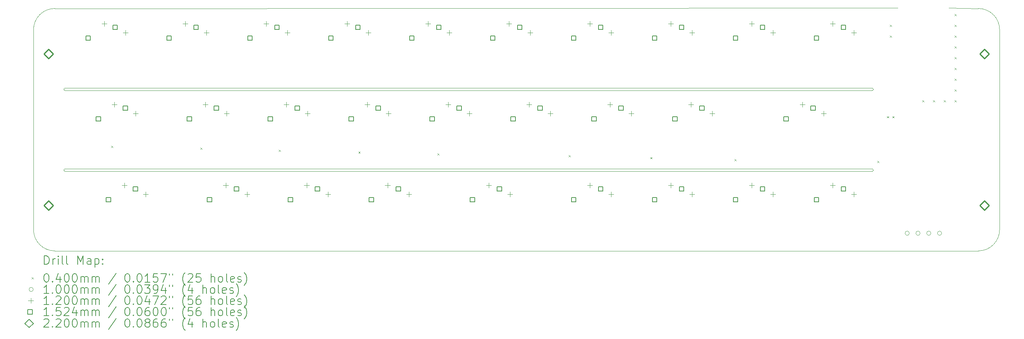
<source format=gbr>
%TF.GenerationSoftware,KiCad,Pcbnew,7.0.7*%
%TF.CreationDate,2023-09-01T12:35:13+10:00*%
%TF.ProjectId,qaz,71617a2e-6b69-4636-9164-5f7063625858,rev?*%
%TF.SameCoordinates,Original*%
%TF.FileFunction,Drillmap*%
%TF.FilePolarity,Positive*%
%FSLAX45Y45*%
G04 Gerber Fmt 4.5, Leading zero omitted, Abs format (unit mm)*
G04 Created by KiCad (PCBNEW 7.0.7) date 2023-09-01 12:35:13*
%MOMM*%
%LPD*%
G01*
G04 APERTURE LIST*
%ADD10C,0.100000*%
%ADD11C,0.200000*%
%ADD12C,0.040000*%
%ADD13C,0.120000*%
%ADD14C,0.152400*%
%ADD15C,0.220000*%
G04 APERTURE END LIST*
D10*
X21525367Y-4435089D02*
X2525319Y-4435089D01*
X2285938Y-2500313D02*
X22129160Y-2490147D01*
X2525319Y-6280563D02*
X21525367Y-6280563D01*
X21550372Y-4400558D02*
G75*
G03*
X21525367Y-4375558I-25002J-2D01*
G01*
X2525319Y-6280569D02*
G75*
G03*
X2500319Y-6305563I-9J-24991D01*
G01*
X1785937Y-7715312D02*
X1785937Y-3000312D01*
X24027019Y-8215339D02*
G75*
G03*
X24527019Y-7715333I-9J500009D01*
G01*
X24027019Y-8215333D02*
X2285938Y-8215312D01*
X24527019Y-3000333D02*
X24527019Y-7715333D01*
X24527016Y-3000333D02*
G75*
G03*
X24027019Y-2500334I-499997J4D01*
G01*
X2500319Y-4410089D02*
X2500319Y-4400558D01*
X21550367Y-6305563D02*
X21550367Y-6315094D01*
X24027019Y-2500334D02*
X23329160Y-2490147D01*
X2500319Y-6315094D02*
X2500319Y-6305563D01*
X21550367Y-6305563D02*
G75*
G03*
X21525367Y-6280563I-24997J3D01*
G01*
X21525367Y-6340087D02*
G75*
G03*
X21550367Y-6315094I3J24997D01*
G01*
X21525367Y-4435087D02*
G75*
G03*
X21550367Y-4410089I3J24997D01*
G01*
X21525367Y-6340094D02*
X2525319Y-6340094D01*
X2285938Y-2500313D02*
G75*
G03*
X1785937Y-3000312I-1J-499999D01*
G01*
X2525319Y-4375558D02*
X21525367Y-4375558D01*
X1785937Y-7715312D02*
G75*
G03*
X2285938Y-8215312I500000J-1D01*
G01*
X21550367Y-4400558D02*
X21550367Y-4410089D01*
X2500316Y-6315094D02*
G75*
G03*
X2525319Y-6340094I25004J4D01*
G01*
X2525319Y-4375559D02*
G75*
G03*
X2500319Y-4400558I1J-25001D01*
G01*
X2500321Y-4410089D02*
G75*
G03*
X2525319Y-4435089I24999J-1D01*
G01*
D11*
D12*
X3611428Y-5736840D02*
X3651428Y-5776840D01*
X3651428Y-5736840D02*
X3611428Y-5776840D01*
X5713366Y-5781840D02*
X5753366Y-5821840D01*
X5753366Y-5781840D02*
X5713366Y-5821840D01*
X7558840Y-5832423D02*
X7598840Y-5872423D01*
X7598840Y-5832423D02*
X7558840Y-5872423D01*
X9434080Y-5871840D02*
X9474080Y-5911840D01*
X9474080Y-5871840D02*
X9434080Y-5911840D01*
X11291004Y-5916840D02*
X11331004Y-5956840D01*
X11331004Y-5916840D02*
X11291004Y-5956840D01*
X14386647Y-5961840D02*
X14426647Y-6001840D01*
X14426647Y-5961840D02*
X14386647Y-6001840D01*
X16305772Y-6006840D02*
X16345772Y-6046840D01*
X16345772Y-6006840D02*
X16305772Y-6046840D01*
X18285926Y-6052223D02*
X18325926Y-6092223D01*
X18325926Y-6052223D02*
X18285926Y-6092223D01*
X21649502Y-6096840D02*
X21689502Y-6136840D01*
X21689502Y-6096840D02*
X21649502Y-6136840D01*
X21874660Y-5040169D02*
X21914660Y-5080169D01*
X21914660Y-5040169D02*
X21874660Y-5080169D01*
X21947160Y-2883147D02*
X21987160Y-2923147D01*
X21987160Y-2883147D02*
X21947160Y-2923147D01*
X21947160Y-3137147D02*
X21987160Y-3177147D01*
X21987160Y-3137147D02*
X21947160Y-3177147D01*
X22006618Y-5040169D02*
X22046618Y-5080169D01*
X22046618Y-5040169D02*
X22006618Y-5080169D01*
X22709160Y-4661147D02*
X22749160Y-4701147D01*
X22749160Y-4661147D02*
X22709160Y-4701147D01*
X22963160Y-4661147D02*
X23003160Y-4701147D01*
X23003160Y-4661147D02*
X22963160Y-4701147D01*
X23217160Y-4661147D02*
X23257160Y-4701147D01*
X23257160Y-4661147D02*
X23217160Y-4701147D01*
X23471160Y-2629147D02*
X23511160Y-2669147D01*
X23511160Y-2629147D02*
X23471160Y-2669147D01*
X23471160Y-2883147D02*
X23511160Y-2923147D01*
X23511160Y-2883147D02*
X23471160Y-2923147D01*
X23471160Y-3137147D02*
X23511160Y-3177147D01*
X23511160Y-3137147D02*
X23471160Y-3177147D01*
X23471160Y-3391147D02*
X23511160Y-3431147D01*
X23511160Y-3391147D02*
X23471160Y-3431147D01*
X23471160Y-3645147D02*
X23511160Y-3685147D01*
X23511160Y-3645147D02*
X23471160Y-3685147D01*
X23471160Y-3899147D02*
X23511160Y-3939147D01*
X23511160Y-3899147D02*
X23471160Y-3939147D01*
X23471160Y-4153147D02*
X23511160Y-4193147D01*
X23511160Y-4153147D02*
X23471160Y-4193147D01*
X23471160Y-4407147D02*
X23511160Y-4447147D01*
X23511160Y-4407147D02*
X23471160Y-4447147D01*
X23471160Y-4661147D02*
X23511160Y-4701147D01*
X23511160Y-4661147D02*
X23471160Y-4701147D01*
D10*
X22402058Y-7798613D02*
G75*
G03*
X22402058Y-7798613I-50000J0D01*
G01*
X22656058Y-7798613D02*
G75*
G03*
X22656058Y-7798613I-50000J0D01*
G01*
X22910058Y-7798613D02*
G75*
G03*
X22910058Y-7798613I-50000J0D01*
G01*
X23164058Y-7798613D02*
G75*
G03*
X23164058Y-7798613I-50000J0D01*
G01*
D13*
X3452500Y-2802500D02*
X3452500Y-2922500D01*
X3392500Y-2862500D02*
X3512500Y-2862500D01*
X3690625Y-4707500D02*
X3690625Y-4827500D01*
X3630625Y-4767500D02*
X3750625Y-4767500D01*
X3928750Y-6612500D02*
X3928750Y-6732500D01*
X3868750Y-6672500D02*
X3988750Y-6672500D01*
X3952500Y-3012500D02*
X3952500Y-3132500D01*
X3892500Y-3072500D02*
X4012500Y-3072500D01*
X4190625Y-4917500D02*
X4190625Y-5037500D01*
X4130625Y-4977500D02*
X4250625Y-4977500D01*
X4428750Y-6822500D02*
X4428750Y-6942500D01*
X4368750Y-6882500D02*
X4488750Y-6882500D01*
X5357500Y-2802500D02*
X5357500Y-2922500D01*
X5297500Y-2862500D02*
X5417500Y-2862500D01*
X5833750Y-4707500D02*
X5833750Y-4827500D01*
X5773750Y-4767500D02*
X5893750Y-4767500D01*
X5857500Y-3012500D02*
X5857500Y-3132500D01*
X5797500Y-3072500D02*
X5917500Y-3072500D01*
X6310000Y-6612500D02*
X6310000Y-6732500D01*
X6250000Y-6672500D02*
X6370000Y-6672500D01*
X6333750Y-4917500D02*
X6333750Y-5037500D01*
X6273750Y-4977500D02*
X6393750Y-4977500D01*
X6810000Y-6822500D02*
X6810000Y-6942500D01*
X6750000Y-6882500D02*
X6870000Y-6882500D01*
X7262500Y-2802500D02*
X7262500Y-2922500D01*
X7202500Y-2862500D02*
X7322500Y-2862500D01*
X7738750Y-4707500D02*
X7738750Y-4827500D01*
X7678750Y-4767500D02*
X7798750Y-4767500D01*
X7762500Y-3012500D02*
X7762500Y-3132500D01*
X7702500Y-3072500D02*
X7822500Y-3072500D01*
X8215000Y-6612500D02*
X8215000Y-6732500D01*
X8155000Y-6672500D02*
X8275000Y-6672500D01*
X8238750Y-4917500D02*
X8238750Y-5037500D01*
X8178750Y-4977500D02*
X8298750Y-4977500D01*
X8715000Y-6822500D02*
X8715000Y-6942500D01*
X8655000Y-6882500D02*
X8775000Y-6882500D01*
X9167500Y-2802500D02*
X9167500Y-2922500D01*
X9107500Y-2862500D02*
X9227500Y-2862500D01*
X9643750Y-4707500D02*
X9643750Y-4827500D01*
X9583750Y-4767500D02*
X9703750Y-4767500D01*
X9667500Y-3012500D02*
X9667500Y-3132500D01*
X9607500Y-3072500D02*
X9727500Y-3072500D01*
X10120000Y-6612500D02*
X10120000Y-6732500D01*
X10060000Y-6672500D02*
X10180000Y-6672500D01*
X10143750Y-4917500D02*
X10143750Y-5037500D01*
X10083750Y-4977500D02*
X10203750Y-4977500D01*
X10620000Y-6822500D02*
X10620000Y-6942500D01*
X10560000Y-6882500D02*
X10680000Y-6882500D01*
X11072500Y-2802500D02*
X11072500Y-2922500D01*
X11012500Y-2862500D02*
X11132500Y-2862500D01*
X11548750Y-4707500D02*
X11548750Y-4827500D01*
X11488750Y-4767500D02*
X11608750Y-4767500D01*
X11572500Y-3012500D02*
X11572500Y-3132500D01*
X11512500Y-3072500D02*
X11632500Y-3072500D01*
X12048750Y-4917500D02*
X12048750Y-5037500D01*
X11988750Y-4977500D02*
X12108750Y-4977500D01*
X12501250Y-6612500D02*
X12501250Y-6732500D01*
X12441250Y-6672500D02*
X12561250Y-6672500D01*
X12977500Y-2802500D02*
X12977500Y-2922500D01*
X12917500Y-2862500D02*
X13037500Y-2862500D01*
X13001250Y-6822500D02*
X13001250Y-6942500D01*
X12941250Y-6882500D02*
X13061250Y-6882500D01*
X13453750Y-4707500D02*
X13453750Y-4827500D01*
X13393750Y-4767500D02*
X13513750Y-4767500D01*
X13477500Y-3012500D02*
X13477500Y-3132500D01*
X13417500Y-3072500D02*
X13537500Y-3072500D01*
X13953750Y-4917500D02*
X13953750Y-5037500D01*
X13893750Y-4977500D02*
X14013750Y-4977500D01*
X14882500Y-2802500D02*
X14882500Y-2922500D01*
X14822500Y-2862500D02*
X14942500Y-2862500D01*
X14882500Y-6612500D02*
X14882500Y-6732500D01*
X14822500Y-6672500D02*
X14942500Y-6672500D01*
X15358750Y-4707500D02*
X15358750Y-4827500D01*
X15298750Y-4767500D02*
X15418750Y-4767500D01*
X15382500Y-3012500D02*
X15382500Y-3132500D01*
X15322500Y-3072500D02*
X15442500Y-3072500D01*
X15382500Y-6822500D02*
X15382500Y-6942500D01*
X15322500Y-6882500D02*
X15442500Y-6882500D01*
X15858750Y-4917500D02*
X15858750Y-5037500D01*
X15798750Y-4977500D02*
X15918750Y-4977500D01*
X16787500Y-2802500D02*
X16787500Y-2922500D01*
X16727500Y-2862500D02*
X16847500Y-2862500D01*
X16787500Y-6612500D02*
X16787500Y-6732500D01*
X16727500Y-6672500D02*
X16847500Y-6672500D01*
X17263750Y-4707500D02*
X17263750Y-4827500D01*
X17203750Y-4767500D02*
X17323750Y-4767500D01*
X17287500Y-3012500D02*
X17287500Y-3132500D01*
X17227500Y-3072500D02*
X17347500Y-3072500D01*
X17287500Y-6822500D02*
X17287500Y-6942500D01*
X17227500Y-6882500D02*
X17347500Y-6882500D01*
X17763750Y-4917500D02*
X17763750Y-5037500D01*
X17703750Y-4977500D02*
X17823750Y-4977500D01*
X18692500Y-2802500D02*
X18692500Y-2922500D01*
X18632500Y-2862500D02*
X18752500Y-2862500D01*
X18692500Y-6612500D02*
X18692500Y-6732500D01*
X18632500Y-6672500D02*
X18752500Y-6672500D01*
X19192500Y-3012500D02*
X19192500Y-3132500D01*
X19132500Y-3072500D02*
X19252500Y-3072500D01*
X19192500Y-6822500D02*
X19192500Y-6942500D01*
X19132500Y-6882500D02*
X19252500Y-6882500D01*
X19883125Y-4707500D02*
X19883125Y-4827500D01*
X19823125Y-4767500D02*
X19943125Y-4767500D01*
X20383125Y-4917500D02*
X20383125Y-5037500D01*
X20323125Y-4977500D02*
X20443125Y-4977500D01*
X20597500Y-2802500D02*
X20597500Y-2922500D01*
X20537500Y-2862500D02*
X20657500Y-2862500D01*
X20597500Y-6612500D02*
X20597500Y-6732500D01*
X20537500Y-6672500D02*
X20657500Y-6672500D01*
X21097500Y-3012500D02*
X21097500Y-3132500D01*
X21037500Y-3072500D02*
X21157500Y-3072500D01*
X21097500Y-6822500D02*
X21097500Y-6942500D01*
X21037500Y-6882500D02*
X21157500Y-6882500D01*
D14*
X3125382Y-3252382D02*
X3125382Y-3144618D01*
X3017618Y-3144618D01*
X3017618Y-3252382D01*
X3125382Y-3252382D01*
X3363507Y-5157382D02*
X3363507Y-5049618D01*
X3255743Y-5049618D01*
X3255743Y-5157382D01*
X3363507Y-5157382D01*
X3601632Y-7062382D02*
X3601632Y-6954618D01*
X3493868Y-6954618D01*
X3493868Y-7062382D01*
X3601632Y-7062382D01*
X3760382Y-2998382D02*
X3760382Y-2890618D01*
X3652618Y-2890618D01*
X3652618Y-2998382D01*
X3760382Y-2998382D01*
X3998507Y-4903382D02*
X3998507Y-4795618D01*
X3890743Y-4795618D01*
X3890743Y-4903382D01*
X3998507Y-4903382D01*
X4236632Y-6808382D02*
X4236632Y-6700618D01*
X4128868Y-6700618D01*
X4128868Y-6808382D01*
X4236632Y-6808382D01*
X5030382Y-3252382D02*
X5030382Y-3144618D01*
X4922618Y-3144618D01*
X4922618Y-3252382D01*
X5030382Y-3252382D01*
X5506632Y-5157382D02*
X5506632Y-5049618D01*
X5398868Y-5049618D01*
X5398868Y-5157382D01*
X5506632Y-5157382D01*
X5665382Y-2998382D02*
X5665382Y-2890618D01*
X5557618Y-2890618D01*
X5557618Y-2998382D01*
X5665382Y-2998382D01*
X5982882Y-7062382D02*
X5982882Y-6954618D01*
X5875118Y-6954618D01*
X5875118Y-7062382D01*
X5982882Y-7062382D01*
X6141632Y-4903382D02*
X6141632Y-4795618D01*
X6033868Y-4795618D01*
X6033868Y-4903382D01*
X6141632Y-4903382D01*
X6617882Y-6808382D02*
X6617882Y-6700618D01*
X6510118Y-6700618D01*
X6510118Y-6808382D01*
X6617882Y-6808382D01*
X6935382Y-3252382D02*
X6935382Y-3144618D01*
X6827618Y-3144618D01*
X6827618Y-3252382D01*
X6935382Y-3252382D01*
X7411632Y-5157382D02*
X7411632Y-5049618D01*
X7303868Y-5049618D01*
X7303868Y-5157382D01*
X7411632Y-5157382D01*
X7570382Y-2998382D02*
X7570382Y-2890618D01*
X7462618Y-2890618D01*
X7462618Y-2998382D01*
X7570382Y-2998382D01*
X7887882Y-7062382D02*
X7887882Y-6954618D01*
X7780118Y-6954618D01*
X7780118Y-7062382D01*
X7887882Y-7062382D01*
X8046632Y-4903382D02*
X8046632Y-4795618D01*
X7938868Y-4795618D01*
X7938868Y-4903382D01*
X8046632Y-4903382D01*
X8522882Y-6808382D02*
X8522882Y-6700618D01*
X8415118Y-6700618D01*
X8415118Y-6808382D01*
X8522882Y-6808382D01*
X8840382Y-3252382D02*
X8840382Y-3144618D01*
X8732618Y-3144618D01*
X8732618Y-3252382D01*
X8840382Y-3252382D01*
X9316632Y-5157382D02*
X9316632Y-5049618D01*
X9208868Y-5049618D01*
X9208868Y-5157382D01*
X9316632Y-5157382D01*
X9475382Y-2998382D02*
X9475382Y-2890618D01*
X9367618Y-2890618D01*
X9367618Y-2998382D01*
X9475382Y-2998382D01*
X9792882Y-7062382D02*
X9792882Y-6954618D01*
X9685118Y-6954618D01*
X9685118Y-7062382D01*
X9792882Y-7062382D01*
X9951632Y-4903382D02*
X9951632Y-4795618D01*
X9843868Y-4795618D01*
X9843868Y-4903382D01*
X9951632Y-4903382D01*
X10427882Y-6808382D02*
X10427882Y-6700618D01*
X10320118Y-6700618D01*
X10320118Y-6808382D01*
X10427882Y-6808382D01*
X10745382Y-3252382D02*
X10745382Y-3144618D01*
X10637618Y-3144618D01*
X10637618Y-3252382D01*
X10745382Y-3252382D01*
X11221632Y-5157382D02*
X11221632Y-5049618D01*
X11113868Y-5049618D01*
X11113868Y-5157382D01*
X11221632Y-5157382D01*
X11380382Y-2998382D02*
X11380382Y-2890618D01*
X11272618Y-2890618D01*
X11272618Y-2998382D01*
X11380382Y-2998382D01*
X11856632Y-4903382D02*
X11856632Y-4795618D01*
X11748868Y-4795618D01*
X11748868Y-4903382D01*
X11856632Y-4903382D01*
X12174132Y-7062382D02*
X12174132Y-6954618D01*
X12066368Y-6954618D01*
X12066368Y-7062382D01*
X12174132Y-7062382D01*
X12650382Y-3252382D02*
X12650382Y-3144618D01*
X12542618Y-3144618D01*
X12542618Y-3252382D01*
X12650382Y-3252382D01*
X12809132Y-6808382D02*
X12809132Y-6700618D01*
X12701368Y-6700618D01*
X12701368Y-6808382D01*
X12809132Y-6808382D01*
X13126632Y-5157382D02*
X13126632Y-5049618D01*
X13018868Y-5049618D01*
X13018868Y-5157382D01*
X13126632Y-5157382D01*
X13285382Y-2998382D02*
X13285382Y-2890618D01*
X13177618Y-2890618D01*
X13177618Y-2998382D01*
X13285382Y-2998382D01*
X13761632Y-4903382D02*
X13761632Y-4795618D01*
X13653868Y-4795618D01*
X13653868Y-4903382D01*
X13761632Y-4903382D01*
X14555382Y-3252382D02*
X14555382Y-3144618D01*
X14447618Y-3144618D01*
X14447618Y-3252382D01*
X14555382Y-3252382D01*
X14555382Y-7062382D02*
X14555382Y-6954618D01*
X14447618Y-6954618D01*
X14447618Y-7062382D01*
X14555382Y-7062382D01*
X15031632Y-5157382D02*
X15031632Y-5049618D01*
X14923868Y-5049618D01*
X14923868Y-5157382D01*
X15031632Y-5157382D01*
X15190382Y-2998382D02*
X15190382Y-2890618D01*
X15082618Y-2890618D01*
X15082618Y-2998382D01*
X15190382Y-2998382D01*
X15190382Y-6808382D02*
X15190382Y-6700618D01*
X15082618Y-6700618D01*
X15082618Y-6808382D01*
X15190382Y-6808382D01*
X15666632Y-4903382D02*
X15666632Y-4795618D01*
X15558868Y-4795618D01*
X15558868Y-4903382D01*
X15666632Y-4903382D01*
X16460382Y-3252382D02*
X16460382Y-3144618D01*
X16352618Y-3144618D01*
X16352618Y-3252382D01*
X16460382Y-3252382D01*
X16460382Y-7062382D02*
X16460382Y-6954618D01*
X16352618Y-6954618D01*
X16352618Y-7062382D01*
X16460382Y-7062382D01*
X16936632Y-5157382D02*
X16936632Y-5049618D01*
X16828868Y-5049618D01*
X16828868Y-5157382D01*
X16936632Y-5157382D01*
X17095382Y-2998382D02*
X17095382Y-2890618D01*
X16987618Y-2890618D01*
X16987618Y-2998382D01*
X17095382Y-2998382D01*
X17095382Y-6808382D02*
X17095382Y-6700618D01*
X16987618Y-6700618D01*
X16987618Y-6808382D01*
X17095382Y-6808382D01*
X17571632Y-4903382D02*
X17571632Y-4795618D01*
X17463868Y-4795618D01*
X17463868Y-4903382D01*
X17571632Y-4903382D01*
X18365382Y-3252382D02*
X18365382Y-3144618D01*
X18257618Y-3144618D01*
X18257618Y-3252382D01*
X18365382Y-3252382D01*
X18365382Y-7062382D02*
X18365382Y-6954618D01*
X18257618Y-6954618D01*
X18257618Y-7062382D01*
X18365382Y-7062382D01*
X19000382Y-2998382D02*
X19000382Y-2890618D01*
X18892618Y-2890618D01*
X18892618Y-2998382D01*
X19000382Y-2998382D01*
X19000382Y-6808382D02*
X19000382Y-6700618D01*
X18892618Y-6700618D01*
X18892618Y-6808382D01*
X19000382Y-6808382D01*
X19556007Y-5157382D02*
X19556007Y-5049618D01*
X19448243Y-5049618D01*
X19448243Y-5157382D01*
X19556007Y-5157382D01*
X20191007Y-4903382D02*
X20191007Y-4795618D01*
X20083243Y-4795618D01*
X20083243Y-4903382D01*
X20191007Y-4903382D01*
X20270382Y-3252382D02*
X20270382Y-3144618D01*
X20162618Y-3144618D01*
X20162618Y-3252382D01*
X20270382Y-3252382D01*
X20270382Y-7062382D02*
X20270382Y-6954618D01*
X20162618Y-6954618D01*
X20162618Y-7062382D01*
X20270382Y-7062382D01*
X20905382Y-2998382D02*
X20905382Y-2890618D01*
X20797618Y-2890618D01*
X20797618Y-2998382D01*
X20905382Y-2998382D01*
X20905382Y-6808382D02*
X20905382Y-6700618D01*
X20797618Y-6700618D01*
X20797618Y-6808382D01*
X20905382Y-6808382D01*
D15*
X2143125Y-3681875D02*
X2253125Y-3571875D01*
X2143125Y-3461875D01*
X2033125Y-3571875D01*
X2143125Y-3681875D01*
X2143125Y-7253750D02*
X2253125Y-7143750D01*
X2143125Y-7033750D01*
X2033125Y-7143750D01*
X2143125Y-7253750D01*
X24169748Y-3681884D02*
X24279748Y-3571884D01*
X24169748Y-3461884D01*
X24059748Y-3571884D01*
X24169748Y-3681884D01*
X24169830Y-7253792D02*
X24279830Y-7143792D01*
X24169830Y-7033792D01*
X24059830Y-7143792D01*
X24169830Y-7253792D01*
D11*
X2041714Y-8531817D02*
X2041714Y-8331817D01*
X2041714Y-8331817D02*
X2089333Y-8331817D01*
X2089333Y-8331817D02*
X2117905Y-8341341D01*
X2117905Y-8341341D02*
X2136952Y-8360389D01*
X2136952Y-8360389D02*
X2146476Y-8379436D01*
X2146476Y-8379436D02*
X2156000Y-8417532D01*
X2156000Y-8417532D02*
X2156000Y-8446103D01*
X2156000Y-8446103D02*
X2146476Y-8484198D01*
X2146476Y-8484198D02*
X2136952Y-8503246D01*
X2136952Y-8503246D02*
X2117905Y-8522294D01*
X2117905Y-8522294D02*
X2089333Y-8531817D01*
X2089333Y-8531817D02*
X2041714Y-8531817D01*
X2241714Y-8531817D02*
X2241714Y-8398484D01*
X2241714Y-8436579D02*
X2251238Y-8417532D01*
X2251238Y-8417532D02*
X2260762Y-8408008D01*
X2260762Y-8408008D02*
X2279810Y-8398484D01*
X2279810Y-8398484D02*
X2298857Y-8398484D01*
X2365524Y-8531817D02*
X2365524Y-8398484D01*
X2365524Y-8331817D02*
X2356000Y-8341341D01*
X2356000Y-8341341D02*
X2365524Y-8350865D01*
X2365524Y-8350865D02*
X2375048Y-8341341D01*
X2375048Y-8341341D02*
X2365524Y-8331817D01*
X2365524Y-8331817D02*
X2365524Y-8350865D01*
X2489333Y-8531817D02*
X2470286Y-8522294D01*
X2470286Y-8522294D02*
X2460762Y-8503246D01*
X2460762Y-8503246D02*
X2460762Y-8331817D01*
X2594095Y-8531817D02*
X2575048Y-8522294D01*
X2575048Y-8522294D02*
X2565524Y-8503246D01*
X2565524Y-8503246D02*
X2565524Y-8331817D01*
X2822667Y-8531817D02*
X2822667Y-8331817D01*
X2822667Y-8331817D02*
X2889333Y-8474674D01*
X2889333Y-8474674D02*
X2956000Y-8331817D01*
X2956000Y-8331817D02*
X2956000Y-8531817D01*
X3136952Y-8531817D02*
X3136952Y-8427055D01*
X3136952Y-8427055D02*
X3127429Y-8408008D01*
X3127429Y-8408008D02*
X3108381Y-8398484D01*
X3108381Y-8398484D02*
X3070286Y-8398484D01*
X3070286Y-8398484D02*
X3051238Y-8408008D01*
X3136952Y-8522294D02*
X3117905Y-8531817D01*
X3117905Y-8531817D02*
X3070286Y-8531817D01*
X3070286Y-8531817D02*
X3051238Y-8522294D01*
X3051238Y-8522294D02*
X3041714Y-8503246D01*
X3041714Y-8503246D02*
X3041714Y-8484198D01*
X3041714Y-8484198D02*
X3051238Y-8465151D01*
X3051238Y-8465151D02*
X3070286Y-8455627D01*
X3070286Y-8455627D02*
X3117905Y-8455627D01*
X3117905Y-8455627D02*
X3136952Y-8446103D01*
X3232190Y-8398484D02*
X3232190Y-8598484D01*
X3232190Y-8408008D02*
X3251238Y-8398484D01*
X3251238Y-8398484D02*
X3289333Y-8398484D01*
X3289333Y-8398484D02*
X3308381Y-8408008D01*
X3308381Y-8408008D02*
X3317905Y-8417532D01*
X3317905Y-8417532D02*
X3327429Y-8436579D01*
X3327429Y-8436579D02*
X3327429Y-8493722D01*
X3327429Y-8493722D02*
X3317905Y-8512770D01*
X3317905Y-8512770D02*
X3308381Y-8522294D01*
X3308381Y-8522294D02*
X3289333Y-8531817D01*
X3289333Y-8531817D02*
X3251238Y-8531817D01*
X3251238Y-8531817D02*
X3232190Y-8522294D01*
X3413143Y-8512770D02*
X3422667Y-8522294D01*
X3422667Y-8522294D02*
X3413143Y-8531817D01*
X3413143Y-8531817D02*
X3403619Y-8522294D01*
X3403619Y-8522294D02*
X3413143Y-8512770D01*
X3413143Y-8512770D02*
X3413143Y-8531817D01*
X3413143Y-8408008D02*
X3422667Y-8417532D01*
X3422667Y-8417532D02*
X3413143Y-8427055D01*
X3413143Y-8427055D02*
X3403619Y-8417532D01*
X3403619Y-8417532D02*
X3413143Y-8408008D01*
X3413143Y-8408008D02*
X3413143Y-8427055D01*
D12*
X1740937Y-8840334D02*
X1780937Y-8880334D01*
X1780937Y-8840334D02*
X1740937Y-8880334D01*
D11*
X2079809Y-8751817D02*
X2098857Y-8751817D01*
X2098857Y-8751817D02*
X2117905Y-8761341D01*
X2117905Y-8761341D02*
X2127429Y-8770865D01*
X2127429Y-8770865D02*
X2136952Y-8789913D01*
X2136952Y-8789913D02*
X2146476Y-8828008D01*
X2146476Y-8828008D02*
X2146476Y-8875627D01*
X2146476Y-8875627D02*
X2136952Y-8913722D01*
X2136952Y-8913722D02*
X2127429Y-8932770D01*
X2127429Y-8932770D02*
X2117905Y-8942294D01*
X2117905Y-8942294D02*
X2098857Y-8951817D01*
X2098857Y-8951817D02*
X2079809Y-8951817D01*
X2079809Y-8951817D02*
X2060762Y-8942294D01*
X2060762Y-8942294D02*
X2051238Y-8932770D01*
X2051238Y-8932770D02*
X2041714Y-8913722D01*
X2041714Y-8913722D02*
X2032190Y-8875627D01*
X2032190Y-8875627D02*
X2032190Y-8828008D01*
X2032190Y-8828008D02*
X2041714Y-8789913D01*
X2041714Y-8789913D02*
X2051238Y-8770865D01*
X2051238Y-8770865D02*
X2060762Y-8761341D01*
X2060762Y-8761341D02*
X2079809Y-8751817D01*
X2232191Y-8932770D02*
X2241714Y-8942294D01*
X2241714Y-8942294D02*
X2232191Y-8951817D01*
X2232191Y-8951817D02*
X2222667Y-8942294D01*
X2222667Y-8942294D02*
X2232191Y-8932770D01*
X2232191Y-8932770D02*
X2232191Y-8951817D01*
X2413143Y-8818484D02*
X2413143Y-8951817D01*
X2365524Y-8742294D02*
X2317905Y-8885151D01*
X2317905Y-8885151D02*
X2441714Y-8885151D01*
X2556000Y-8751817D02*
X2575048Y-8751817D01*
X2575048Y-8751817D02*
X2594095Y-8761341D01*
X2594095Y-8761341D02*
X2603619Y-8770865D01*
X2603619Y-8770865D02*
X2613143Y-8789913D01*
X2613143Y-8789913D02*
X2622667Y-8828008D01*
X2622667Y-8828008D02*
X2622667Y-8875627D01*
X2622667Y-8875627D02*
X2613143Y-8913722D01*
X2613143Y-8913722D02*
X2603619Y-8932770D01*
X2603619Y-8932770D02*
X2594095Y-8942294D01*
X2594095Y-8942294D02*
X2575048Y-8951817D01*
X2575048Y-8951817D02*
X2556000Y-8951817D01*
X2556000Y-8951817D02*
X2536952Y-8942294D01*
X2536952Y-8942294D02*
X2527429Y-8932770D01*
X2527429Y-8932770D02*
X2517905Y-8913722D01*
X2517905Y-8913722D02*
X2508381Y-8875627D01*
X2508381Y-8875627D02*
X2508381Y-8828008D01*
X2508381Y-8828008D02*
X2517905Y-8789913D01*
X2517905Y-8789913D02*
X2527429Y-8770865D01*
X2527429Y-8770865D02*
X2536952Y-8761341D01*
X2536952Y-8761341D02*
X2556000Y-8751817D01*
X2746476Y-8751817D02*
X2765524Y-8751817D01*
X2765524Y-8751817D02*
X2784572Y-8761341D01*
X2784572Y-8761341D02*
X2794095Y-8770865D01*
X2794095Y-8770865D02*
X2803619Y-8789913D01*
X2803619Y-8789913D02*
X2813143Y-8828008D01*
X2813143Y-8828008D02*
X2813143Y-8875627D01*
X2813143Y-8875627D02*
X2803619Y-8913722D01*
X2803619Y-8913722D02*
X2794095Y-8932770D01*
X2794095Y-8932770D02*
X2784572Y-8942294D01*
X2784572Y-8942294D02*
X2765524Y-8951817D01*
X2765524Y-8951817D02*
X2746476Y-8951817D01*
X2746476Y-8951817D02*
X2727429Y-8942294D01*
X2727429Y-8942294D02*
X2717905Y-8932770D01*
X2717905Y-8932770D02*
X2708381Y-8913722D01*
X2708381Y-8913722D02*
X2698857Y-8875627D01*
X2698857Y-8875627D02*
X2698857Y-8828008D01*
X2698857Y-8828008D02*
X2708381Y-8789913D01*
X2708381Y-8789913D02*
X2717905Y-8770865D01*
X2717905Y-8770865D02*
X2727429Y-8761341D01*
X2727429Y-8761341D02*
X2746476Y-8751817D01*
X2898857Y-8951817D02*
X2898857Y-8818484D01*
X2898857Y-8837532D02*
X2908381Y-8828008D01*
X2908381Y-8828008D02*
X2927429Y-8818484D01*
X2927429Y-8818484D02*
X2956000Y-8818484D01*
X2956000Y-8818484D02*
X2975048Y-8828008D01*
X2975048Y-8828008D02*
X2984571Y-8847055D01*
X2984571Y-8847055D02*
X2984571Y-8951817D01*
X2984571Y-8847055D02*
X2994095Y-8828008D01*
X2994095Y-8828008D02*
X3013143Y-8818484D01*
X3013143Y-8818484D02*
X3041714Y-8818484D01*
X3041714Y-8818484D02*
X3060762Y-8828008D01*
X3060762Y-8828008D02*
X3070286Y-8847055D01*
X3070286Y-8847055D02*
X3070286Y-8951817D01*
X3165524Y-8951817D02*
X3165524Y-8818484D01*
X3165524Y-8837532D02*
X3175048Y-8828008D01*
X3175048Y-8828008D02*
X3194095Y-8818484D01*
X3194095Y-8818484D02*
X3222667Y-8818484D01*
X3222667Y-8818484D02*
X3241714Y-8828008D01*
X3241714Y-8828008D02*
X3251238Y-8847055D01*
X3251238Y-8847055D02*
X3251238Y-8951817D01*
X3251238Y-8847055D02*
X3260762Y-8828008D01*
X3260762Y-8828008D02*
X3279810Y-8818484D01*
X3279810Y-8818484D02*
X3308381Y-8818484D01*
X3308381Y-8818484D02*
X3327429Y-8828008D01*
X3327429Y-8828008D02*
X3336952Y-8847055D01*
X3336952Y-8847055D02*
X3336952Y-8951817D01*
X3727429Y-8742294D02*
X3556000Y-8999436D01*
X3984572Y-8751817D02*
X4003619Y-8751817D01*
X4003619Y-8751817D02*
X4022667Y-8761341D01*
X4022667Y-8761341D02*
X4032191Y-8770865D01*
X4032191Y-8770865D02*
X4041714Y-8789913D01*
X4041714Y-8789913D02*
X4051238Y-8828008D01*
X4051238Y-8828008D02*
X4051238Y-8875627D01*
X4051238Y-8875627D02*
X4041714Y-8913722D01*
X4041714Y-8913722D02*
X4032191Y-8932770D01*
X4032191Y-8932770D02*
X4022667Y-8942294D01*
X4022667Y-8942294D02*
X4003619Y-8951817D01*
X4003619Y-8951817D02*
X3984572Y-8951817D01*
X3984572Y-8951817D02*
X3965524Y-8942294D01*
X3965524Y-8942294D02*
X3956000Y-8932770D01*
X3956000Y-8932770D02*
X3946476Y-8913722D01*
X3946476Y-8913722D02*
X3936953Y-8875627D01*
X3936953Y-8875627D02*
X3936953Y-8828008D01*
X3936953Y-8828008D02*
X3946476Y-8789913D01*
X3946476Y-8789913D02*
X3956000Y-8770865D01*
X3956000Y-8770865D02*
X3965524Y-8761341D01*
X3965524Y-8761341D02*
X3984572Y-8751817D01*
X4136953Y-8932770D02*
X4146476Y-8942294D01*
X4146476Y-8942294D02*
X4136953Y-8951817D01*
X4136953Y-8951817D02*
X4127429Y-8942294D01*
X4127429Y-8942294D02*
X4136953Y-8932770D01*
X4136953Y-8932770D02*
X4136953Y-8951817D01*
X4270286Y-8751817D02*
X4289334Y-8751817D01*
X4289334Y-8751817D02*
X4308381Y-8761341D01*
X4308381Y-8761341D02*
X4317905Y-8770865D01*
X4317905Y-8770865D02*
X4327429Y-8789913D01*
X4327429Y-8789913D02*
X4336953Y-8828008D01*
X4336953Y-8828008D02*
X4336953Y-8875627D01*
X4336953Y-8875627D02*
X4327429Y-8913722D01*
X4327429Y-8913722D02*
X4317905Y-8932770D01*
X4317905Y-8932770D02*
X4308381Y-8942294D01*
X4308381Y-8942294D02*
X4289334Y-8951817D01*
X4289334Y-8951817D02*
X4270286Y-8951817D01*
X4270286Y-8951817D02*
X4251238Y-8942294D01*
X4251238Y-8942294D02*
X4241715Y-8932770D01*
X4241715Y-8932770D02*
X4232191Y-8913722D01*
X4232191Y-8913722D02*
X4222667Y-8875627D01*
X4222667Y-8875627D02*
X4222667Y-8828008D01*
X4222667Y-8828008D02*
X4232191Y-8789913D01*
X4232191Y-8789913D02*
X4241715Y-8770865D01*
X4241715Y-8770865D02*
X4251238Y-8761341D01*
X4251238Y-8761341D02*
X4270286Y-8751817D01*
X4527429Y-8951817D02*
X4413143Y-8951817D01*
X4470286Y-8951817D02*
X4470286Y-8751817D01*
X4470286Y-8751817D02*
X4451238Y-8780389D01*
X4451238Y-8780389D02*
X4432191Y-8799436D01*
X4432191Y-8799436D02*
X4413143Y-8808960D01*
X4708381Y-8751817D02*
X4613143Y-8751817D01*
X4613143Y-8751817D02*
X4603619Y-8847055D01*
X4603619Y-8847055D02*
X4613143Y-8837532D01*
X4613143Y-8837532D02*
X4632191Y-8828008D01*
X4632191Y-8828008D02*
X4679810Y-8828008D01*
X4679810Y-8828008D02*
X4698857Y-8837532D01*
X4698857Y-8837532D02*
X4708381Y-8847055D01*
X4708381Y-8847055D02*
X4717905Y-8866103D01*
X4717905Y-8866103D02*
X4717905Y-8913722D01*
X4717905Y-8913722D02*
X4708381Y-8932770D01*
X4708381Y-8932770D02*
X4698857Y-8942294D01*
X4698857Y-8942294D02*
X4679810Y-8951817D01*
X4679810Y-8951817D02*
X4632191Y-8951817D01*
X4632191Y-8951817D02*
X4613143Y-8942294D01*
X4613143Y-8942294D02*
X4603619Y-8932770D01*
X4784572Y-8751817D02*
X4917905Y-8751817D01*
X4917905Y-8751817D02*
X4832191Y-8951817D01*
X4984572Y-8751817D02*
X4984572Y-8789913D01*
X5060762Y-8751817D02*
X5060762Y-8789913D01*
X5356000Y-9028008D02*
X5346477Y-9018484D01*
X5346477Y-9018484D02*
X5327429Y-8989913D01*
X5327429Y-8989913D02*
X5317905Y-8970865D01*
X5317905Y-8970865D02*
X5308381Y-8942294D01*
X5308381Y-8942294D02*
X5298858Y-8894674D01*
X5298858Y-8894674D02*
X5298858Y-8856579D01*
X5298858Y-8856579D02*
X5308381Y-8808960D01*
X5308381Y-8808960D02*
X5317905Y-8780389D01*
X5317905Y-8780389D02*
X5327429Y-8761341D01*
X5327429Y-8761341D02*
X5346477Y-8732770D01*
X5346477Y-8732770D02*
X5356000Y-8723246D01*
X5422667Y-8770865D02*
X5432191Y-8761341D01*
X5432191Y-8761341D02*
X5451238Y-8751817D01*
X5451238Y-8751817D02*
X5498858Y-8751817D01*
X5498858Y-8751817D02*
X5517905Y-8761341D01*
X5517905Y-8761341D02*
X5527429Y-8770865D01*
X5527429Y-8770865D02*
X5536953Y-8789913D01*
X5536953Y-8789913D02*
X5536953Y-8808960D01*
X5536953Y-8808960D02*
X5527429Y-8837532D01*
X5527429Y-8837532D02*
X5413143Y-8951817D01*
X5413143Y-8951817D02*
X5536953Y-8951817D01*
X5717905Y-8751817D02*
X5622667Y-8751817D01*
X5622667Y-8751817D02*
X5613143Y-8847055D01*
X5613143Y-8847055D02*
X5622667Y-8837532D01*
X5622667Y-8837532D02*
X5641715Y-8828008D01*
X5641715Y-8828008D02*
X5689334Y-8828008D01*
X5689334Y-8828008D02*
X5708381Y-8837532D01*
X5708381Y-8837532D02*
X5717905Y-8847055D01*
X5717905Y-8847055D02*
X5727429Y-8866103D01*
X5727429Y-8866103D02*
X5727429Y-8913722D01*
X5727429Y-8913722D02*
X5717905Y-8932770D01*
X5717905Y-8932770D02*
X5708381Y-8942294D01*
X5708381Y-8942294D02*
X5689334Y-8951817D01*
X5689334Y-8951817D02*
X5641715Y-8951817D01*
X5641715Y-8951817D02*
X5622667Y-8942294D01*
X5622667Y-8942294D02*
X5613143Y-8932770D01*
X5965524Y-8951817D02*
X5965524Y-8751817D01*
X6051238Y-8951817D02*
X6051238Y-8847055D01*
X6051238Y-8847055D02*
X6041715Y-8828008D01*
X6041715Y-8828008D02*
X6022667Y-8818484D01*
X6022667Y-8818484D02*
X5994096Y-8818484D01*
X5994096Y-8818484D02*
X5975048Y-8828008D01*
X5975048Y-8828008D02*
X5965524Y-8837532D01*
X6175048Y-8951817D02*
X6156000Y-8942294D01*
X6156000Y-8942294D02*
X6146477Y-8932770D01*
X6146477Y-8932770D02*
X6136953Y-8913722D01*
X6136953Y-8913722D02*
X6136953Y-8856579D01*
X6136953Y-8856579D02*
X6146477Y-8837532D01*
X6146477Y-8837532D02*
X6156000Y-8828008D01*
X6156000Y-8828008D02*
X6175048Y-8818484D01*
X6175048Y-8818484D02*
X6203619Y-8818484D01*
X6203619Y-8818484D02*
X6222667Y-8828008D01*
X6222667Y-8828008D02*
X6232191Y-8837532D01*
X6232191Y-8837532D02*
X6241715Y-8856579D01*
X6241715Y-8856579D02*
X6241715Y-8913722D01*
X6241715Y-8913722D02*
X6232191Y-8932770D01*
X6232191Y-8932770D02*
X6222667Y-8942294D01*
X6222667Y-8942294D02*
X6203619Y-8951817D01*
X6203619Y-8951817D02*
X6175048Y-8951817D01*
X6356000Y-8951817D02*
X6336953Y-8942294D01*
X6336953Y-8942294D02*
X6327429Y-8923246D01*
X6327429Y-8923246D02*
X6327429Y-8751817D01*
X6508381Y-8942294D02*
X6489334Y-8951817D01*
X6489334Y-8951817D02*
X6451238Y-8951817D01*
X6451238Y-8951817D02*
X6432191Y-8942294D01*
X6432191Y-8942294D02*
X6422667Y-8923246D01*
X6422667Y-8923246D02*
X6422667Y-8847055D01*
X6422667Y-8847055D02*
X6432191Y-8828008D01*
X6432191Y-8828008D02*
X6451238Y-8818484D01*
X6451238Y-8818484D02*
X6489334Y-8818484D01*
X6489334Y-8818484D02*
X6508381Y-8828008D01*
X6508381Y-8828008D02*
X6517905Y-8847055D01*
X6517905Y-8847055D02*
X6517905Y-8866103D01*
X6517905Y-8866103D02*
X6422667Y-8885151D01*
X6594096Y-8942294D02*
X6613143Y-8951817D01*
X6613143Y-8951817D02*
X6651238Y-8951817D01*
X6651238Y-8951817D02*
X6670286Y-8942294D01*
X6670286Y-8942294D02*
X6679810Y-8923246D01*
X6679810Y-8923246D02*
X6679810Y-8913722D01*
X6679810Y-8913722D02*
X6670286Y-8894674D01*
X6670286Y-8894674D02*
X6651238Y-8885151D01*
X6651238Y-8885151D02*
X6622667Y-8885151D01*
X6622667Y-8885151D02*
X6603619Y-8875627D01*
X6603619Y-8875627D02*
X6594096Y-8856579D01*
X6594096Y-8856579D02*
X6594096Y-8847055D01*
X6594096Y-8847055D02*
X6603619Y-8828008D01*
X6603619Y-8828008D02*
X6622667Y-8818484D01*
X6622667Y-8818484D02*
X6651238Y-8818484D01*
X6651238Y-8818484D02*
X6670286Y-8828008D01*
X6746477Y-9028008D02*
X6756000Y-9018484D01*
X6756000Y-9018484D02*
X6775048Y-8989913D01*
X6775048Y-8989913D02*
X6784572Y-8970865D01*
X6784572Y-8970865D02*
X6794096Y-8942294D01*
X6794096Y-8942294D02*
X6803619Y-8894674D01*
X6803619Y-8894674D02*
X6803619Y-8856579D01*
X6803619Y-8856579D02*
X6794096Y-8808960D01*
X6794096Y-8808960D02*
X6784572Y-8780389D01*
X6784572Y-8780389D02*
X6775048Y-8761341D01*
X6775048Y-8761341D02*
X6756000Y-8732770D01*
X6756000Y-8732770D02*
X6746477Y-8723246D01*
D10*
X1780937Y-9124334D02*
G75*
G03*
X1780937Y-9124334I-50000J0D01*
G01*
D11*
X2146476Y-9215817D02*
X2032190Y-9215817D01*
X2089333Y-9215817D02*
X2089333Y-9015817D01*
X2089333Y-9015817D02*
X2070286Y-9044389D01*
X2070286Y-9044389D02*
X2051238Y-9063436D01*
X2051238Y-9063436D02*
X2032190Y-9072960D01*
X2232191Y-9196770D02*
X2241714Y-9206294D01*
X2241714Y-9206294D02*
X2232191Y-9215817D01*
X2232191Y-9215817D02*
X2222667Y-9206294D01*
X2222667Y-9206294D02*
X2232191Y-9196770D01*
X2232191Y-9196770D02*
X2232191Y-9215817D01*
X2365524Y-9015817D02*
X2384572Y-9015817D01*
X2384572Y-9015817D02*
X2403619Y-9025341D01*
X2403619Y-9025341D02*
X2413143Y-9034865D01*
X2413143Y-9034865D02*
X2422667Y-9053913D01*
X2422667Y-9053913D02*
X2432191Y-9092008D01*
X2432191Y-9092008D02*
X2432191Y-9139627D01*
X2432191Y-9139627D02*
X2422667Y-9177722D01*
X2422667Y-9177722D02*
X2413143Y-9196770D01*
X2413143Y-9196770D02*
X2403619Y-9206294D01*
X2403619Y-9206294D02*
X2384572Y-9215817D01*
X2384572Y-9215817D02*
X2365524Y-9215817D01*
X2365524Y-9215817D02*
X2346476Y-9206294D01*
X2346476Y-9206294D02*
X2336952Y-9196770D01*
X2336952Y-9196770D02*
X2327429Y-9177722D01*
X2327429Y-9177722D02*
X2317905Y-9139627D01*
X2317905Y-9139627D02*
X2317905Y-9092008D01*
X2317905Y-9092008D02*
X2327429Y-9053913D01*
X2327429Y-9053913D02*
X2336952Y-9034865D01*
X2336952Y-9034865D02*
X2346476Y-9025341D01*
X2346476Y-9025341D02*
X2365524Y-9015817D01*
X2556000Y-9015817D02*
X2575048Y-9015817D01*
X2575048Y-9015817D02*
X2594095Y-9025341D01*
X2594095Y-9025341D02*
X2603619Y-9034865D01*
X2603619Y-9034865D02*
X2613143Y-9053913D01*
X2613143Y-9053913D02*
X2622667Y-9092008D01*
X2622667Y-9092008D02*
X2622667Y-9139627D01*
X2622667Y-9139627D02*
X2613143Y-9177722D01*
X2613143Y-9177722D02*
X2603619Y-9196770D01*
X2603619Y-9196770D02*
X2594095Y-9206294D01*
X2594095Y-9206294D02*
X2575048Y-9215817D01*
X2575048Y-9215817D02*
X2556000Y-9215817D01*
X2556000Y-9215817D02*
X2536952Y-9206294D01*
X2536952Y-9206294D02*
X2527429Y-9196770D01*
X2527429Y-9196770D02*
X2517905Y-9177722D01*
X2517905Y-9177722D02*
X2508381Y-9139627D01*
X2508381Y-9139627D02*
X2508381Y-9092008D01*
X2508381Y-9092008D02*
X2517905Y-9053913D01*
X2517905Y-9053913D02*
X2527429Y-9034865D01*
X2527429Y-9034865D02*
X2536952Y-9025341D01*
X2536952Y-9025341D02*
X2556000Y-9015817D01*
X2746476Y-9015817D02*
X2765524Y-9015817D01*
X2765524Y-9015817D02*
X2784572Y-9025341D01*
X2784572Y-9025341D02*
X2794095Y-9034865D01*
X2794095Y-9034865D02*
X2803619Y-9053913D01*
X2803619Y-9053913D02*
X2813143Y-9092008D01*
X2813143Y-9092008D02*
X2813143Y-9139627D01*
X2813143Y-9139627D02*
X2803619Y-9177722D01*
X2803619Y-9177722D02*
X2794095Y-9196770D01*
X2794095Y-9196770D02*
X2784572Y-9206294D01*
X2784572Y-9206294D02*
X2765524Y-9215817D01*
X2765524Y-9215817D02*
X2746476Y-9215817D01*
X2746476Y-9215817D02*
X2727429Y-9206294D01*
X2727429Y-9206294D02*
X2717905Y-9196770D01*
X2717905Y-9196770D02*
X2708381Y-9177722D01*
X2708381Y-9177722D02*
X2698857Y-9139627D01*
X2698857Y-9139627D02*
X2698857Y-9092008D01*
X2698857Y-9092008D02*
X2708381Y-9053913D01*
X2708381Y-9053913D02*
X2717905Y-9034865D01*
X2717905Y-9034865D02*
X2727429Y-9025341D01*
X2727429Y-9025341D02*
X2746476Y-9015817D01*
X2898857Y-9215817D02*
X2898857Y-9082484D01*
X2898857Y-9101532D02*
X2908381Y-9092008D01*
X2908381Y-9092008D02*
X2927429Y-9082484D01*
X2927429Y-9082484D02*
X2956000Y-9082484D01*
X2956000Y-9082484D02*
X2975048Y-9092008D01*
X2975048Y-9092008D02*
X2984571Y-9111055D01*
X2984571Y-9111055D02*
X2984571Y-9215817D01*
X2984571Y-9111055D02*
X2994095Y-9092008D01*
X2994095Y-9092008D02*
X3013143Y-9082484D01*
X3013143Y-9082484D02*
X3041714Y-9082484D01*
X3041714Y-9082484D02*
X3060762Y-9092008D01*
X3060762Y-9092008D02*
X3070286Y-9111055D01*
X3070286Y-9111055D02*
X3070286Y-9215817D01*
X3165524Y-9215817D02*
X3165524Y-9082484D01*
X3165524Y-9101532D02*
X3175048Y-9092008D01*
X3175048Y-9092008D02*
X3194095Y-9082484D01*
X3194095Y-9082484D02*
X3222667Y-9082484D01*
X3222667Y-9082484D02*
X3241714Y-9092008D01*
X3241714Y-9092008D02*
X3251238Y-9111055D01*
X3251238Y-9111055D02*
X3251238Y-9215817D01*
X3251238Y-9111055D02*
X3260762Y-9092008D01*
X3260762Y-9092008D02*
X3279810Y-9082484D01*
X3279810Y-9082484D02*
X3308381Y-9082484D01*
X3308381Y-9082484D02*
X3327429Y-9092008D01*
X3327429Y-9092008D02*
X3336952Y-9111055D01*
X3336952Y-9111055D02*
X3336952Y-9215817D01*
X3727429Y-9006294D02*
X3556000Y-9263436D01*
X3984572Y-9015817D02*
X4003619Y-9015817D01*
X4003619Y-9015817D02*
X4022667Y-9025341D01*
X4022667Y-9025341D02*
X4032191Y-9034865D01*
X4032191Y-9034865D02*
X4041714Y-9053913D01*
X4041714Y-9053913D02*
X4051238Y-9092008D01*
X4051238Y-9092008D02*
X4051238Y-9139627D01*
X4051238Y-9139627D02*
X4041714Y-9177722D01*
X4041714Y-9177722D02*
X4032191Y-9196770D01*
X4032191Y-9196770D02*
X4022667Y-9206294D01*
X4022667Y-9206294D02*
X4003619Y-9215817D01*
X4003619Y-9215817D02*
X3984572Y-9215817D01*
X3984572Y-9215817D02*
X3965524Y-9206294D01*
X3965524Y-9206294D02*
X3956000Y-9196770D01*
X3956000Y-9196770D02*
X3946476Y-9177722D01*
X3946476Y-9177722D02*
X3936953Y-9139627D01*
X3936953Y-9139627D02*
X3936953Y-9092008D01*
X3936953Y-9092008D02*
X3946476Y-9053913D01*
X3946476Y-9053913D02*
X3956000Y-9034865D01*
X3956000Y-9034865D02*
X3965524Y-9025341D01*
X3965524Y-9025341D02*
X3984572Y-9015817D01*
X4136953Y-9196770D02*
X4146476Y-9206294D01*
X4146476Y-9206294D02*
X4136953Y-9215817D01*
X4136953Y-9215817D02*
X4127429Y-9206294D01*
X4127429Y-9206294D02*
X4136953Y-9196770D01*
X4136953Y-9196770D02*
X4136953Y-9215817D01*
X4270286Y-9015817D02*
X4289334Y-9015817D01*
X4289334Y-9015817D02*
X4308381Y-9025341D01*
X4308381Y-9025341D02*
X4317905Y-9034865D01*
X4317905Y-9034865D02*
X4327429Y-9053913D01*
X4327429Y-9053913D02*
X4336953Y-9092008D01*
X4336953Y-9092008D02*
X4336953Y-9139627D01*
X4336953Y-9139627D02*
X4327429Y-9177722D01*
X4327429Y-9177722D02*
X4317905Y-9196770D01*
X4317905Y-9196770D02*
X4308381Y-9206294D01*
X4308381Y-9206294D02*
X4289334Y-9215817D01*
X4289334Y-9215817D02*
X4270286Y-9215817D01*
X4270286Y-9215817D02*
X4251238Y-9206294D01*
X4251238Y-9206294D02*
X4241715Y-9196770D01*
X4241715Y-9196770D02*
X4232191Y-9177722D01*
X4232191Y-9177722D02*
X4222667Y-9139627D01*
X4222667Y-9139627D02*
X4222667Y-9092008D01*
X4222667Y-9092008D02*
X4232191Y-9053913D01*
X4232191Y-9053913D02*
X4241715Y-9034865D01*
X4241715Y-9034865D02*
X4251238Y-9025341D01*
X4251238Y-9025341D02*
X4270286Y-9015817D01*
X4403619Y-9015817D02*
X4527429Y-9015817D01*
X4527429Y-9015817D02*
X4460762Y-9092008D01*
X4460762Y-9092008D02*
X4489334Y-9092008D01*
X4489334Y-9092008D02*
X4508381Y-9101532D01*
X4508381Y-9101532D02*
X4517905Y-9111055D01*
X4517905Y-9111055D02*
X4527429Y-9130103D01*
X4527429Y-9130103D02*
X4527429Y-9177722D01*
X4527429Y-9177722D02*
X4517905Y-9196770D01*
X4517905Y-9196770D02*
X4508381Y-9206294D01*
X4508381Y-9206294D02*
X4489334Y-9215817D01*
X4489334Y-9215817D02*
X4432191Y-9215817D01*
X4432191Y-9215817D02*
X4413143Y-9206294D01*
X4413143Y-9206294D02*
X4403619Y-9196770D01*
X4622667Y-9215817D02*
X4660762Y-9215817D01*
X4660762Y-9215817D02*
X4679810Y-9206294D01*
X4679810Y-9206294D02*
X4689334Y-9196770D01*
X4689334Y-9196770D02*
X4708381Y-9168198D01*
X4708381Y-9168198D02*
X4717905Y-9130103D01*
X4717905Y-9130103D02*
X4717905Y-9053913D01*
X4717905Y-9053913D02*
X4708381Y-9034865D01*
X4708381Y-9034865D02*
X4698857Y-9025341D01*
X4698857Y-9025341D02*
X4679810Y-9015817D01*
X4679810Y-9015817D02*
X4641715Y-9015817D01*
X4641715Y-9015817D02*
X4622667Y-9025341D01*
X4622667Y-9025341D02*
X4613143Y-9034865D01*
X4613143Y-9034865D02*
X4603619Y-9053913D01*
X4603619Y-9053913D02*
X4603619Y-9101532D01*
X4603619Y-9101532D02*
X4613143Y-9120579D01*
X4613143Y-9120579D02*
X4622667Y-9130103D01*
X4622667Y-9130103D02*
X4641715Y-9139627D01*
X4641715Y-9139627D02*
X4679810Y-9139627D01*
X4679810Y-9139627D02*
X4698857Y-9130103D01*
X4698857Y-9130103D02*
X4708381Y-9120579D01*
X4708381Y-9120579D02*
X4717905Y-9101532D01*
X4889334Y-9082484D02*
X4889334Y-9215817D01*
X4841715Y-9006294D02*
X4794096Y-9149151D01*
X4794096Y-9149151D02*
X4917905Y-9149151D01*
X4984572Y-9015817D02*
X4984572Y-9053913D01*
X5060762Y-9015817D02*
X5060762Y-9053913D01*
X5356000Y-9292008D02*
X5346477Y-9282484D01*
X5346477Y-9282484D02*
X5327429Y-9253913D01*
X5327429Y-9253913D02*
X5317905Y-9234865D01*
X5317905Y-9234865D02*
X5308381Y-9206294D01*
X5308381Y-9206294D02*
X5298858Y-9158674D01*
X5298858Y-9158674D02*
X5298858Y-9120579D01*
X5298858Y-9120579D02*
X5308381Y-9072960D01*
X5308381Y-9072960D02*
X5317905Y-9044389D01*
X5317905Y-9044389D02*
X5327429Y-9025341D01*
X5327429Y-9025341D02*
X5346477Y-8996770D01*
X5346477Y-8996770D02*
X5356000Y-8987246D01*
X5517905Y-9082484D02*
X5517905Y-9215817D01*
X5470286Y-9006294D02*
X5422667Y-9149151D01*
X5422667Y-9149151D02*
X5546477Y-9149151D01*
X5775048Y-9215817D02*
X5775048Y-9015817D01*
X5860762Y-9215817D02*
X5860762Y-9111055D01*
X5860762Y-9111055D02*
X5851238Y-9092008D01*
X5851238Y-9092008D02*
X5832191Y-9082484D01*
X5832191Y-9082484D02*
X5803619Y-9082484D01*
X5803619Y-9082484D02*
X5784572Y-9092008D01*
X5784572Y-9092008D02*
X5775048Y-9101532D01*
X5984572Y-9215817D02*
X5965524Y-9206294D01*
X5965524Y-9206294D02*
X5956000Y-9196770D01*
X5956000Y-9196770D02*
X5946477Y-9177722D01*
X5946477Y-9177722D02*
X5946477Y-9120579D01*
X5946477Y-9120579D02*
X5956000Y-9101532D01*
X5956000Y-9101532D02*
X5965524Y-9092008D01*
X5965524Y-9092008D02*
X5984572Y-9082484D01*
X5984572Y-9082484D02*
X6013143Y-9082484D01*
X6013143Y-9082484D02*
X6032191Y-9092008D01*
X6032191Y-9092008D02*
X6041715Y-9101532D01*
X6041715Y-9101532D02*
X6051238Y-9120579D01*
X6051238Y-9120579D02*
X6051238Y-9177722D01*
X6051238Y-9177722D02*
X6041715Y-9196770D01*
X6041715Y-9196770D02*
X6032191Y-9206294D01*
X6032191Y-9206294D02*
X6013143Y-9215817D01*
X6013143Y-9215817D02*
X5984572Y-9215817D01*
X6165524Y-9215817D02*
X6146477Y-9206294D01*
X6146477Y-9206294D02*
X6136953Y-9187246D01*
X6136953Y-9187246D02*
X6136953Y-9015817D01*
X6317905Y-9206294D02*
X6298858Y-9215817D01*
X6298858Y-9215817D02*
X6260762Y-9215817D01*
X6260762Y-9215817D02*
X6241715Y-9206294D01*
X6241715Y-9206294D02*
X6232191Y-9187246D01*
X6232191Y-9187246D02*
X6232191Y-9111055D01*
X6232191Y-9111055D02*
X6241715Y-9092008D01*
X6241715Y-9092008D02*
X6260762Y-9082484D01*
X6260762Y-9082484D02*
X6298858Y-9082484D01*
X6298858Y-9082484D02*
X6317905Y-9092008D01*
X6317905Y-9092008D02*
X6327429Y-9111055D01*
X6327429Y-9111055D02*
X6327429Y-9130103D01*
X6327429Y-9130103D02*
X6232191Y-9149151D01*
X6403619Y-9206294D02*
X6422667Y-9215817D01*
X6422667Y-9215817D02*
X6460762Y-9215817D01*
X6460762Y-9215817D02*
X6479810Y-9206294D01*
X6479810Y-9206294D02*
X6489334Y-9187246D01*
X6489334Y-9187246D02*
X6489334Y-9177722D01*
X6489334Y-9177722D02*
X6479810Y-9158674D01*
X6479810Y-9158674D02*
X6460762Y-9149151D01*
X6460762Y-9149151D02*
X6432191Y-9149151D01*
X6432191Y-9149151D02*
X6413143Y-9139627D01*
X6413143Y-9139627D02*
X6403619Y-9120579D01*
X6403619Y-9120579D02*
X6403619Y-9111055D01*
X6403619Y-9111055D02*
X6413143Y-9092008D01*
X6413143Y-9092008D02*
X6432191Y-9082484D01*
X6432191Y-9082484D02*
X6460762Y-9082484D01*
X6460762Y-9082484D02*
X6479810Y-9092008D01*
X6556000Y-9292008D02*
X6565524Y-9282484D01*
X6565524Y-9282484D02*
X6584572Y-9253913D01*
X6584572Y-9253913D02*
X6594096Y-9234865D01*
X6594096Y-9234865D02*
X6603619Y-9206294D01*
X6603619Y-9206294D02*
X6613143Y-9158674D01*
X6613143Y-9158674D02*
X6613143Y-9120579D01*
X6613143Y-9120579D02*
X6603619Y-9072960D01*
X6603619Y-9072960D02*
X6594096Y-9044389D01*
X6594096Y-9044389D02*
X6584572Y-9025341D01*
X6584572Y-9025341D02*
X6565524Y-8996770D01*
X6565524Y-8996770D02*
X6556000Y-8987246D01*
D13*
X1720937Y-9328334D02*
X1720937Y-9448334D01*
X1660937Y-9388334D02*
X1780937Y-9388334D01*
D11*
X2146476Y-9479817D02*
X2032190Y-9479817D01*
X2089333Y-9479817D02*
X2089333Y-9279817D01*
X2089333Y-9279817D02*
X2070286Y-9308389D01*
X2070286Y-9308389D02*
X2051238Y-9327436D01*
X2051238Y-9327436D02*
X2032190Y-9336960D01*
X2232191Y-9460770D02*
X2241714Y-9470294D01*
X2241714Y-9470294D02*
X2232191Y-9479817D01*
X2232191Y-9479817D02*
X2222667Y-9470294D01*
X2222667Y-9470294D02*
X2232191Y-9460770D01*
X2232191Y-9460770D02*
X2232191Y-9479817D01*
X2317905Y-9298865D02*
X2327429Y-9289341D01*
X2327429Y-9289341D02*
X2346476Y-9279817D01*
X2346476Y-9279817D02*
X2394095Y-9279817D01*
X2394095Y-9279817D02*
X2413143Y-9289341D01*
X2413143Y-9289341D02*
X2422667Y-9298865D01*
X2422667Y-9298865D02*
X2432191Y-9317913D01*
X2432191Y-9317913D02*
X2432191Y-9336960D01*
X2432191Y-9336960D02*
X2422667Y-9365532D01*
X2422667Y-9365532D02*
X2308381Y-9479817D01*
X2308381Y-9479817D02*
X2432191Y-9479817D01*
X2556000Y-9279817D02*
X2575048Y-9279817D01*
X2575048Y-9279817D02*
X2594095Y-9289341D01*
X2594095Y-9289341D02*
X2603619Y-9298865D01*
X2603619Y-9298865D02*
X2613143Y-9317913D01*
X2613143Y-9317913D02*
X2622667Y-9356008D01*
X2622667Y-9356008D02*
X2622667Y-9403627D01*
X2622667Y-9403627D02*
X2613143Y-9441722D01*
X2613143Y-9441722D02*
X2603619Y-9460770D01*
X2603619Y-9460770D02*
X2594095Y-9470294D01*
X2594095Y-9470294D02*
X2575048Y-9479817D01*
X2575048Y-9479817D02*
X2556000Y-9479817D01*
X2556000Y-9479817D02*
X2536952Y-9470294D01*
X2536952Y-9470294D02*
X2527429Y-9460770D01*
X2527429Y-9460770D02*
X2517905Y-9441722D01*
X2517905Y-9441722D02*
X2508381Y-9403627D01*
X2508381Y-9403627D02*
X2508381Y-9356008D01*
X2508381Y-9356008D02*
X2517905Y-9317913D01*
X2517905Y-9317913D02*
X2527429Y-9298865D01*
X2527429Y-9298865D02*
X2536952Y-9289341D01*
X2536952Y-9289341D02*
X2556000Y-9279817D01*
X2746476Y-9279817D02*
X2765524Y-9279817D01*
X2765524Y-9279817D02*
X2784572Y-9289341D01*
X2784572Y-9289341D02*
X2794095Y-9298865D01*
X2794095Y-9298865D02*
X2803619Y-9317913D01*
X2803619Y-9317913D02*
X2813143Y-9356008D01*
X2813143Y-9356008D02*
X2813143Y-9403627D01*
X2813143Y-9403627D02*
X2803619Y-9441722D01*
X2803619Y-9441722D02*
X2794095Y-9460770D01*
X2794095Y-9460770D02*
X2784572Y-9470294D01*
X2784572Y-9470294D02*
X2765524Y-9479817D01*
X2765524Y-9479817D02*
X2746476Y-9479817D01*
X2746476Y-9479817D02*
X2727429Y-9470294D01*
X2727429Y-9470294D02*
X2717905Y-9460770D01*
X2717905Y-9460770D02*
X2708381Y-9441722D01*
X2708381Y-9441722D02*
X2698857Y-9403627D01*
X2698857Y-9403627D02*
X2698857Y-9356008D01*
X2698857Y-9356008D02*
X2708381Y-9317913D01*
X2708381Y-9317913D02*
X2717905Y-9298865D01*
X2717905Y-9298865D02*
X2727429Y-9289341D01*
X2727429Y-9289341D02*
X2746476Y-9279817D01*
X2898857Y-9479817D02*
X2898857Y-9346484D01*
X2898857Y-9365532D02*
X2908381Y-9356008D01*
X2908381Y-9356008D02*
X2927429Y-9346484D01*
X2927429Y-9346484D02*
X2956000Y-9346484D01*
X2956000Y-9346484D02*
X2975048Y-9356008D01*
X2975048Y-9356008D02*
X2984571Y-9375055D01*
X2984571Y-9375055D02*
X2984571Y-9479817D01*
X2984571Y-9375055D02*
X2994095Y-9356008D01*
X2994095Y-9356008D02*
X3013143Y-9346484D01*
X3013143Y-9346484D02*
X3041714Y-9346484D01*
X3041714Y-9346484D02*
X3060762Y-9356008D01*
X3060762Y-9356008D02*
X3070286Y-9375055D01*
X3070286Y-9375055D02*
X3070286Y-9479817D01*
X3165524Y-9479817D02*
X3165524Y-9346484D01*
X3165524Y-9365532D02*
X3175048Y-9356008D01*
X3175048Y-9356008D02*
X3194095Y-9346484D01*
X3194095Y-9346484D02*
X3222667Y-9346484D01*
X3222667Y-9346484D02*
X3241714Y-9356008D01*
X3241714Y-9356008D02*
X3251238Y-9375055D01*
X3251238Y-9375055D02*
X3251238Y-9479817D01*
X3251238Y-9375055D02*
X3260762Y-9356008D01*
X3260762Y-9356008D02*
X3279810Y-9346484D01*
X3279810Y-9346484D02*
X3308381Y-9346484D01*
X3308381Y-9346484D02*
X3327429Y-9356008D01*
X3327429Y-9356008D02*
X3336952Y-9375055D01*
X3336952Y-9375055D02*
X3336952Y-9479817D01*
X3727429Y-9270294D02*
X3556000Y-9527436D01*
X3984572Y-9279817D02*
X4003619Y-9279817D01*
X4003619Y-9279817D02*
X4022667Y-9289341D01*
X4022667Y-9289341D02*
X4032191Y-9298865D01*
X4032191Y-9298865D02*
X4041714Y-9317913D01*
X4041714Y-9317913D02*
X4051238Y-9356008D01*
X4051238Y-9356008D02*
X4051238Y-9403627D01*
X4051238Y-9403627D02*
X4041714Y-9441722D01*
X4041714Y-9441722D02*
X4032191Y-9460770D01*
X4032191Y-9460770D02*
X4022667Y-9470294D01*
X4022667Y-9470294D02*
X4003619Y-9479817D01*
X4003619Y-9479817D02*
X3984572Y-9479817D01*
X3984572Y-9479817D02*
X3965524Y-9470294D01*
X3965524Y-9470294D02*
X3956000Y-9460770D01*
X3956000Y-9460770D02*
X3946476Y-9441722D01*
X3946476Y-9441722D02*
X3936953Y-9403627D01*
X3936953Y-9403627D02*
X3936953Y-9356008D01*
X3936953Y-9356008D02*
X3946476Y-9317913D01*
X3946476Y-9317913D02*
X3956000Y-9298865D01*
X3956000Y-9298865D02*
X3965524Y-9289341D01*
X3965524Y-9289341D02*
X3984572Y-9279817D01*
X4136953Y-9460770D02*
X4146476Y-9470294D01*
X4146476Y-9470294D02*
X4136953Y-9479817D01*
X4136953Y-9479817D02*
X4127429Y-9470294D01*
X4127429Y-9470294D02*
X4136953Y-9460770D01*
X4136953Y-9460770D02*
X4136953Y-9479817D01*
X4270286Y-9279817D02*
X4289334Y-9279817D01*
X4289334Y-9279817D02*
X4308381Y-9289341D01*
X4308381Y-9289341D02*
X4317905Y-9298865D01*
X4317905Y-9298865D02*
X4327429Y-9317913D01*
X4327429Y-9317913D02*
X4336953Y-9356008D01*
X4336953Y-9356008D02*
X4336953Y-9403627D01*
X4336953Y-9403627D02*
X4327429Y-9441722D01*
X4327429Y-9441722D02*
X4317905Y-9460770D01*
X4317905Y-9460770D02*
X4308381Y-9470294D01*
X4308381Y-9470294D02*
X4289334Y-9479817D01*
X4289334Y-9479817D02*
X4270286Y-9479817D01*
X4270286Y-9479817D02*
X4251238Y-9470294D01*
X4251238Y-9470294D02*
X4241715Y-9460770D01*
X4241715Y-9460770D02*
X4232191Y-9441722D01*
X4232191Y-9441722D02*
X4222667Y-9403627D01*
X4222667Y-9403627D02*
X4222667Y-9356008D01*
X4222667Y-9356008D02*
X4232191Y-9317913D01*
X4232191Y-9317913D02*
X4241715Y-9298865D01*
X4241715Y-9298865D02*
X4251238Y-9289341D01*
X4251238Y-9289341D02*
X4270286Y-9279817D01*
X4508381Y-9346484D02*
X4508381Y-9479817D01*
X4460762Y-9270294D02*
X4413143Y-9413151D01*
X4413143Y-9413151D02*
X4536953Y-9413151D01*
X4594096Y-9279817D02*
X4727429Y-9279817D01*
X4727429Y-9279817D02*
X4641715Y-9479817D01*
X4794096Y-9298865D02*
X4803619Y-9289341D01*
X4803619Y-9289341D02*
X4822667Y-9279817D01*
X4822667Y-9279817D02*
X4870286Y-9279817D01*
X4870286Y-9279817D02*
X4889334Y-9289341D01*
X4889334Y-9289341D02*
X4898857Y-9298865D01*
X4898857Y-9298865D02*
X4908381Y-9317913D01*
X4908381Y-9317913D02*
X4908381Y-9336960D01*
X4908381Y-9336960D02*
X4898857Y-9365532D01*
X4898857Y-9365532D02*
X4784572Y-9479817D01*
X4784572Y-9479817D02*
X4908381Y-9479817D01*
X4984572Y-9279817D02*
X4984572Y-9317913D01*
X5060762Y-9279817D02*
X5060762Y-9317913D01*
X5356000Y-9556008D02*
X5346477Y-9546484D01*
X5346477Y-9546484D02*
X5327429Y-9517913D01*
X5327429Y-9517913D02*
X5317905Y-9498865D01*
X5317905Y-9498865D02*
X5308381Y-9470294D01*
X5308381Y-9470294D02*
X5298858Y-9422674D01*
X5298858Y-9422674D02*
X5298858Y-9384579D01*
X5298858Y-9384579D02*
X5308381Y-9336960D01*
X5308381Y-9336960D02*
X5317905Y-9308389D01*
X5317905Y-9308389D02*
X5327429Y-9289341D01*
X5327429Y-9289341D02*
X5346477Y-9260770D01*
X5346477Y-9260770D02*
X5356000Y-9251246D01*
X5527429Y-9279817D02*
X5432191Y-9279817D01*
X5432191Y-9279817D02*
X5422667Y-9375055D01*
X5422667Y-9375055D02*
X5432191Y-9365532D01*
X5432191Y-9365532D02*
X5451238Y-9356008D01*
X5451238Y-9356008D02*
X5498858Y-9356008D01*
X5498858Y-9356008D02*
X5517905Y-9365532D01*
X5517905Y-9365532D02*
X5527429Y-9375055D01*
X5527429Y-9375055D02*
X5536953Y-9394103D01*
X5536953Y-9394103D02*
X5536953Y-9441722D01*
X5536953Y-9441722D02*
X5527429Y-9460770D01*
X5527429Y-9460770D02*
X5517905Y-9470294D01*
X5517905Y-9470294D02*
X5498858Y-9479817D01*
X5498858Y-9479817D02*
X5451238Y-9479817D01*
X5451238Y-9479817D02*
X5432191Y-9470294D01*
X5432191Y-9470294D02*
X5422667Y-9460770D01*
X5708381Y-9279817D02*
X5670286Y-9279817D01*
X5670286Y-9279817D02*
X5651238Y-9289341D01*
X5651238Y-9289341D02*
X5641715Y-9298865D01*
X5641715Y-9298865D02*
X5622667Y-9327436D01*
X5622667Y-9327436D02*
X5613143Y-9365532D01*
X5613143Y-9365532D02*
X5613143Y-9441722D01*
X5613143Y-9441722D02*
X5622667Y-9460770D01*
X5622667Y-9460770D02*
X5632191Y-9470294D01*
X5632191Y-9470294D02*
X5651238Y-9479817D01*
X5651238Y-9479817D02*
X5689334Y-9479817D01*
X5689334Y-9479817D02*
X5708381Y-9470294D01*
X5708381Y-9470294D02*
X5717905Y-9460770D01*
X5717905Y-9460770D02*
X5727429Y-9441722D01*
X5727429Y-9441722D02*
X5727429Y-9394103D01*
X5727429Y-9394103D02*
X5717905Y-9375055D01*
X5717905Y-9375055D02*
X5708381Y-9365532D01*
X5708381Y-9365532D02*
X5689334Y-9356008D01*
X5689334Y-9356008D02*
X5651238Y-9356008D01*
X5651238Y-9356008D02*
X5632191Y-9365532D01*
X5632191Y-9365532D02*
X5622667Y-9375055D01*
X5622667Y-9375055D02*
X5613143Y-9394103D01*
X5965524Y-9479817D02*
X5965524Y-9279817D01*
X6051238Y-9479817D02*
X6051238Y-9375055D01*
X6051238Y-9375055D02*
X6041715Y-9356008D01*
X6041715Y-9356008D02*
X6022667Y-9346484D01*
X6022667Y-9346484D02*
X5994096Y-9346484D01*
X5994096Y-9346484D02*
X5975048Y-9356008D01*
X5975048Y-9356008D02*
X5965524Y-9365532D01*
X6175048Y-9479817D02*
X6156000Y-9470294D01*
X6156000Y-9470294D02*
X6146477Y-9460770D01*
X6146477Y-9460770D02*
X6136953Y-9441722D01*
X6136953Y-9441722D02*
X6136953Y-9384579D01*
X6136953Y-9384579D02*
X6146477Y-9365532D01*
X6146477Y-9365532D02*
X6156000Y-9356008D01*
X6156000Y-9356008D02*
X6175048Y-9346484D01*
X6175048Y-9346484D02*
X6203619Y-9346484D01*
X6203619Y-9346484D02*
X6222667Y-9356008D01*
X6222667Y-9356008D02*
X6232191Y-9365532D01*
X6232191Y-9365532D02*
X6241715Y-9384579D01*
X6241715Y-9384579D02*
X6241715Y-9441722D01*
X6241715Y-9441722D02*
X6232191Y-9460770D01*
X6232191Y-9460770D02*
X6222667Y-9470294D01*
X6222667Y-9470294D02*
X6203619Y-9479817D01*
X6203619Y-9479817D02*
X6175048Y-9479817D01*
X6356000Y-9479817D02*
X6336953Y-9470294D01*
X6336953Y-9470294D02*
X6327429Y-9451246D01*
X6327429Y-9451246D02*
X6327429Y-9279817D01*
X6508381Y-9470294D02*
X6489334Y-9479817D01*
X6489334Y-9479817D02*
X6451238Y-9479817D01*
X6451238Y-9479817D02*
X6432191Y-9470294D01*
X6432191Y-9470294D02*
X6422667Y-9451246D01*
X6422667Y-9451246D02*
X6422667Y-9375055D01*
X6422667Y-9375055D02*
X6432191Y-9356008D01*
X6432191Y-9356008D02*
X6451238Y-9346484D01*
X6451238Y-9346484D02*
X6489334Y-9346484D01*
X6489334Y-9346484D02*
X6508381Y-9356008D01*
X6508381Y-9356008D02*
X6517905Y-9375055D01*
X6517905Y-9375055D02*
X6517905Y-9394103D01*
X6517905Y-9394103D02*
X6422667Y-9413151D01*
X6594096Y-9470294D02*
X6613143Y-9479817D01*
X6613143Y-9479817D02*
X6651238Y-9479817D01*
X6651238Y-9479817D02*
X6670286Y-9470294D01*
X6670286Y-9470294D02*
X6679810Y-9451246D01*
X6679810Y-9451246D02*
X6679810Y-9441722D01*
X6679810Y-9441722D02*
X6670286Y-9422674D01*
X6670286Y-9422674D02*
X6651238Y-9413151D01*
X6651238Y-9413151D02*
X6622667Y-9413151D01*
X6622667Y-9413151D02*
X6603619Y-9403627D01*
X6603619Y-9403627D02*
X6594096Y-9384579D01*
X6594096Y-9384579D02*
X6594096Y-9375055D01*
X6594096Y-9375055D02*
X6603619Y-9356008D01*
X6603619Y-9356008D02*
X6622667Y-9346484D01*
X6622667Y-9346484D02*
X6651238Y-9346484D01*
X6651238Y-9346484D02*
X6670286Y-9356008D01*
X6746477Y-9556008D02*
X6756000Y-9546484D01*
X6756000Y-9546484D02*
X6775048Y-9517913D01*
X6775048Y-9517913D02*
X6784572Y-9498865D01*
X6784572Y-9498865D02*
X6794096Y-9470294D01*
X6794096Y-9470294D02*
X6803619Y-9422674D01*
X6803619Y-9422674D02*
X6803619Y-9384579D01*
X6803619Y-9384579D02*
X6794096Y-9336960D01*
X6794096Y-9336960D02*
X6784572Y-9308389D01*
X6784572Y-9308389D02*
X6775048Y-9289341D01*
X6775048Y-9289341D02*
X6756000Y-9260770D01*
X6756000Y-9260770D02*
X6746477Y-9251246D01*
D14*
X1758620Y-9706216D02*
X1758620Y-9598451D01*
X1650855Y-9598451D01*
X1650855Y-9706216D01*
X1758620Y-9706216D01*
D11*
X2146476Y-9743817D02*
X2032190Y-9743817D01*
X2089333Y-9743817D02*
X2089333Y-9543817D01*
X2089333Y-9543817D02*
X2070286Y-9572389D01*
X2070286Y-9572389D02*
X2051238Y-9591436D01*
X2051238Y-9591436D02*
X2032190Y-9600960D01*
X2232191Y-9724770D02*
X2241714Y-9734294D01*
X2241714Y-9734294D02*
X2232191Y-9743817D01*
X2232191Y-9743817D02*
X2222667Y-9734294D01*
X2222667Y-9734294D02*
X2232191Y-9724770D01*
X2232191Y-9724770D02*
X2232191Y-9743817D01*
X2422667Y-9543817D02*
X2327429Y-9543817D01*
X2327429Y-9543817D02*
X2317905Y-9639055D01*
X2317905Y-9639055D02*
X2327429Y-9629532D01*
X2327429Y-9629532D02*
X2346476Y-9620008D01*
X2346476Y-9620008D02*
X2394095Y-9620008D01*
X2394095Y-9620008D02*
X2413143Y-9629532D01*
X2413143Y-9629532D02*
X2422667Y-9639055D01*
X2422667Y-9639055D02*
X2432191Y-9658103D01*
X2432191Y-9658103D02*
X2432191Y-9705722D01*
X2432191Y-9705722D02*
X2422667Y-9724770D01*
X2422667Y-9724770D02*
X2413143Y-9734294D01*
X2413143Y-9734294D02*
X2394095Y-9743817D01*
X2394095Y-9743817D02*
X2346476Y-9743817D01*
X2346476Y-9743817D02*
X2327429Y-9734294D01*
X2327429Y-9734294D02*
X2317905Y-9724770D01*
X2508381Y-9562865D02*
X2517905Y-9553341D01*
X2517905Y-9553341D02*
X2536952Y-9543817D01*
X2536952Y-9543817D02*
X2584572Y-9543817D01*
X2584572Y-9543817D02*
X2603619Y-9553341D01*
X2603619Y-9553341D02*
X2613143Y-9562865D01*
X2613143Y-9562865D02*
X2622667Y-9581913D01*
X2622667Y-9581913D02*
X2622667Y-9600960D01*
X2622667Y-9600960D02*
X2613143Y-9629532D01*
X2613143Y-9629532D02*
X2498857Y-9743817D01*
X2498857Y-9743817D02*
X2622667Y-9743817D01*
X2794095Y-9610484D02*
X2794095Y-9743817D01*
X2746476Y-9534294D02*
X2698857Y-9677151D01*
X2698857Y-9677151D02*
X2822667Y-9677151D01*
X2898857Y-9743817D02*
X2898857Y-9610484D01*
X2898857Y-9629532D02*
X2908381Y-9620008D01*
X2908381Y-9620008D02*
X2927429Y-9610484D01*
X2927429Y-9610484D02*
X2956000Y-9610484D01*
X2956000Y-9610484D02*
X2975048Y-9620008D01*
X2975048Y-9620008D02*
X2984571Y-9639055D01*
X2984571Y-9639055D02*
X2984571Y-9743817D01*
X2984571Y-9639055D02*
X2994095Y-9620008D01*
X2994095Y-9620008D02*
X3013143Y-9610484D01*
X3013143Y-9610484D02*
X3041714Y-9610484D01*
X3041714Y-9610484D02*
X3060762Y-9620008D01*
X3060762Y-9620008D02*
X3070286Y-9639055D01*
X3070286Y-9639055D02*
X3070286Y-9743817D01*
X3165524Y-9743817D02*
X3165524Y-9610484D01*
X3165524Y-9629532D02*
X3175048Y-9620008D01*
X3175048Y-9620008D02*
X3194095Y-9610484D01*
X3194095Y-9610484D02*
X3222667Y-9610484D01*
X3222667Y-9610484D02*
X3241714Y-9620008D01*
X3241714Y-9620008D02*
X3251238Y-9639055D01*
X3251238Y-9639055D02*
X3251238Y-9743817D01*
X3251238Y-9639055D02*
X3260762Y-9620008D01*
X3260762Y-9620008D02*
X3279810Y-9610484D01*
X3279810Y-9610484D02*
X3308381Y-9610484D01*
X3308381Y-9610484D02*
X3327429Y-9620008D01*
X3327429Y-9620008D02*
X3336952Y-9639055D01*
X3336952Y-9639055D02*
X3336952Y-9743817D01*
X3727429Y-9534294D02*
X3556000Y-9791436D01*
X3984572Y-9543817D02*
X4003619Y-9543817D01*
X4003619Y-9543817D02*
X4022667Y-9553341D01*
X4022667Y-9553341D02*
X4032191Y-9562865D01*
X4032191Y-9562865D02*
X4041714Y-9581913D01*
X4041714Y-9581913D02*
X4051238Y-9620008D01*
X4051238Y-9620008D02*
X4051238Y-9667627D01*
X4051238Y-9667627D02*
X4041714Y-9705722D01*
X4041714Y-9705722D02*
X4032191Y-9724770D01*
X4032191Y-9724770D02*
X4022667Y-9734294D01*
X4022667Y-9734294D02*
X4003619Y-9743817D01*
X4003619Y-9743817D02*
X3984572Y-9743817D01*
X3984572Y-9743817D02*
X3965524Y-9734294D01*
X3965524Y-9734294D02*
X3956000Y-9724770D01*
X3956000Y-9724770D02*
X3946476Y-9705722D01*
X3946476Y-9705722D02*
X3936953Y-9667627D01*
X3936953Y-9667627D02*
X3936953Y-9620008D01*
X3936953Y-9620008D02*
X3946476Y-9581913D01*
X3946476Y-9581913D02*
X3956000Y-9562865D01*
X3956000Y-9562865D02*
X3965524Y-9553341D01*
X3965524Y-9553341D02*
X3984572Y-9543817D01*
X4136953Y-9724770D02*
X4146476Y-9734294D01*
X4146476Y-9734294D02*
X4136953Y-9743817D01*
X4136953Y-9743817D02*
X4127429Y-9734294D01*
X4127429Y-9734294D02*
X4136953Y-9724770D01*
X4136953Y-9724770D02*
X4136953Y-9743817D01*
X4270286Y-9543817D02*
X4289334Y-9543817D01*
X4289334Y-9543817D02*
X4308381Y-9553341D01*
X4308381Y-9553341D02*
X4317905Y-9562865D01*
X4317905Y-9562865D02*
X4327429Y-9581913D01*
X4327429Y-9581913D02*
X4336953Y-9620008D01*
X4336953Y-9620008D02*
X4336953Y-9667627D01*
X4336953Y-9667627D02*
X4327429Y-9705722D01*
X4327429Y-9705722D02*
X4317905Y-9724770D01*
X4317905Y-9724770D02*
X4308381Y-9734294D01*
X4308381Y-9734294D02*
X4289334Y-9743817D01*
X4289334Y-9743817D02*
X4270286Y-9743817D01*
X4270286Y-9743817D02*
X4251238Y-9734294D01*
X4251238Y-9734294D02*
X4241715Y-9724770D01*
X4241715Y-9724770D02*
X4232191Y-9705722D01*
X4232191Y-9705722D02*
X4222667Y-9667627D01*
X4222667Y-9667627D02*
X4222667Y-9620008D01*
X4222667Y-9620008D02*
X4232191Y-9581913D01*
X4232191Y-9581913D02*
X4241715Y-9562865D01*
X4241715Y-9562865D02*
X4251238Y-9553341D01*
X4251238Y-9553341D02*
X4270286Y-9543817D01*
X4508381Y-9543817D02*
X4470286Y-9543817D01*
X4470286Y-9543817D02*
X4451238Y-9553341D01*
X4451238Y-9553341D02*
X4441715Y-9562865D01*
X4441715Y-9562865D02*
X4422667Y-9591436D01*
X4422667Y-9591436D02*
X4413143Y-9629532D01*
X4413143Y-9629532D02*
X4413143Y-9705722D01*
X4413143Y-9705722D02*
X4422667Y-9724770D01*
X4422667Y-9724770D02*
X4432191Y-9734294D01*
X4432191Y-9734294D02*
X4451238Y-9743817D01*
X4451238Y-9743817D02*
X4489334Y-9743817D01*
X4489334Y-9743817D02*
X4508381Y-9734294D01*
X4508381Y-9734294D02*
X4517905Y-9724770D01*
X4517905Y-9724770D02*
X4527429Y-9705722D01*
X4527429Y-9705722D02*
X4527429Y-9658103D01*
X4527429Y-9658103D02*
X4517905Y-9639055D01*
X4517905Y-9639055D02*
X4508381Y-9629532D01*
X4508381Y-9629532D02*
X4489334Y-9620008D01*
X4489334Y-9620008D02*
X4451238Y-9620008D01*
X4451238Y-9620008D02*
X4432191Y-9629532D01*
X4432191Y-9629532D02*
X4422667Y-9639055D01*
X4422667Y-9639055D02*
X4413143Y-9658103D01*
X4651238Y-9543817D02*
X4670286Y-9543817D01*
X4670286Y-9543817D02*
X4689334Y-9553341D01*
X4689334Y-9553341D02*
X4698857Y-9562865D01*
X4698857Y-9562865D02*
X4708381Y-9581913D01*
X4708381Y-9581913D02*
X4717905Y-9620008D01*
X4717905Y-9620008D02*
X4717905Y-9667627D01*
X4717905Y-9667627D02*
X4708381Y-9705722D01*
X4708381Y-9705722D02*
X4698857Y-9724770D01*
X4698857Y-9724770D02*
X4689334Y-9734294D01*
X4689334Y-9734294D02*
X4670286Y-9743817D01*
X4670286Y-9743817D02*
X4651238Y-9743817D01*
X4651238Y-9743817D02*
X4632191Y-9734294D01*
X4632191Y-9734294D02*
X4622667Y-9724770D01*
X4622667Y-9724770D02*
X4613143Y-9705722D01*
X4613143Y-9705722D02*
X4603619Y-9667627D01*
X4603619Y-9667627D02*
X4603619Y-9620008D01*
X4603619Y-9620008D02*
X4613143Y-9581913D01*
X4613143Y-9581913D02*
X4622667Y-9562865D01*
X4622667Y-9562865D02*
X4632191Y-9553341D01*
X4632191Y-9553341D02*
X4651238Y-9543817D01*
X4841715Y-9543817D02*
X4860762Y-9543817D01*
X4860762Y-9543817D02*
X4879810Y-9553341D01*
X4879810Y-9553341D02*
X4889334Y-9562865D01*
X4889334Y-9562865D02*
X4898857Y-9581913D01*
X4898857Y-9581913D02*
X4908381Y-9620008D01*
X4908381Y-9620008D02*
X4908381Y-9667627D01*
X4908381Y-9667627D02*
X4898857Y-9705722D01*
X4898857Y-9705722D02*
X4889334Y-9724770D01*
X4889334Y-9724770D02*
X4879810Y-9734294D01*
X4879810Y-9734294D02*
X4860762Y-9743817D01*
X4860762Y-9743817D02*
X4841715Y-9743817D01*
X4841715Y-9743817D02*
X4822667Y-9734294D01*
X4822667Y-9734294D02*
X4813143Y-9724770D01*
X4813143Y-9724770D02*
X4803619Y-9705722D01*
X4803619Y-9705722D02*
X4794096Y-9667627D01*
X4794096Y-9667627D02*
X4794096Y-9620008D01*
X4794096Y-9620008D02*
X4803619Y-9581913D01*
X4803619Y-9581913D02*
X4813143Y-9562865D01*
X4813143Y-9562865D02*
X4822667Y-9553341D01*
X4822667Y-9553341D02*
X4841715Y-9543817D01*
X4984572Y-9543817D02*
X4984572Y-9581913D01*
X5060762Y-9543817D02*
X5060762Y-9581913D01*
X5356000Y-9820008D02*
X5346477Y-9810484D01*
X5346477Y-9810484D02*
X5327429Y-9781913D01*
X5327429Y-9781913D02*
X5317905Y-9762865D01*
X5317905Y-9762865D02*
X5308381Y-9734294D01*
X5308381Y-9734294D02*
X5298858Y-9686674D01*
X5298858Y-9686674D02*
X5298858Y-9648579D01*
X5298858Y-9648579D02*
X5308381Y-9600960D01*
X5308381Y-9600960D02*
X5317905Y-9572389D01*
X5317905Y-9572389D02*
X5327429Y-9553341D01*
X5327429Y-9553341D02*
X5346477Y-9524770D01*
X5346477Y-9524770D02*
X5356000Y-9515246D01*
X5527429Y-9543817D02*
X5432191Y-9543817D01*
X5432191Y-9543817D02*
X5422667Y-9639055D01*
X5422667Y-9639055D02*
X5432191Y-9629532D01*
X5432191Y-9629532D02*
X5451238Y-9620008D01*
X5451238Y-9620008D02*
X5498858Y-9620008D01*
X5498858Y-9620008D02*
X5517905Y-9629532D01*
X5517905Y-9629532D02*
X5527429Y-9639055D01*
X5527429Y-9639055D02*
X5536953Y-9658103D01*
X5536953Y-9658103D02*
X5536953Y-9705722D01*
X5536953Y-9705722D02*
X5527429Y-9724770D01*
X5527429Y-9724770D02*
X5517905Y-9734294D01*
X5517905Y-9734294D02*
X5498858Y-9743817D01*
X5498858Y-9743817D02*
X5451238Y-9743817D01*
X5451238Y-9743817D02*
X5432191Y-9734294D01*
X5432191Y-9734294D02*
X5422667Y-9724770D01*
X5708381Y-9543817D02*
X5670286Y-9543817D01*
X5670286Y-9543817D02*
X5651238Y-9553341D01*
X5651238Y-9553341D02*
X5641715Y-9562865D01*
X5641715Y-9562865D02*
X5622667Y-9591436D01*
X5622667Y-9591436D02*
X5613143Y-9629532D01*
X5613143Y-9629532D02*
X5613143Y-9705722D01*
X5613143Y-9705722D02*
X5622667Y-9724770D01*
X5622667Y-9724770D02*
X5632191Y-9734294D01*
X5632191Y-9734294D02*
X5651238Y-9743817D01*
X5651238Y-9743817D02*
X5689334Y-9743817D01*
X5689334Y-9743817D02*
X5708381Y-9734294D01*
X5708381Y-9734294D02*
X5717905Y-9724770D01*
X5717905Y-9724770D02*
X5727429Y-9705722D01*
X5727429Y-9705722D02*
X5727429Y-9658103D01*
X5727429Y-9658103D02*
X5717905Y-9639055D01*
X5717905Y-9639055D02*
X5708381Y-9629532D01*
X5708381Y-9629532D02*
X5689334Y-9620008D01*
X5689334Y-9620008D02*
X5651238Y-9620008D01*
X5651238Y-9620008D02*
X5632191Y-9629532D01*
X5632191Y-9629532D02*
X5622667Y-9639055D01*
X5622667Y-9639055D02*
X5613143Y-9658103D01*
X5965524Y-9743817D02*
X5965524Y-9543817D01*
X6051238Y-9743817D02*
X6051238Y-9639055D01*
X6051238Y-9639055D02*
X6041715Y-9620008D01*
X6041715Y-9620008D02*
X6022667Y-9610484D01*
X6022667Y-9610484D02*
X5994096Y-9610484D01*
X5994096Y-9610484D02*
X5975048Y-9620008D01*
X5975048Y-9620008D02*
X5965524Y-9629532D01*
X6175048Y-9743817D02*
X6156000Y-9734294D01*
X6156000Y-9734294D02*
X6146477Y-9724770D01*
X6146477Y-9724770D02*
X6136953Y-9705722D01*
X6136953Y-9705722D02*
X6136953Y-9648579D01*
X6136953Y-9648579D02*
X6146477Y-9629532D01*
X6146477Y-9629532D02*
X6156000Y-9620008D01*
X6156000Y-9620008D02*
X6175048Y-9610484D01*
X6175048Y-9610484D02*
X6203619Y-9610484D01*
X6203619Y-9610484D02*
X6222667Y-9620008D01*
X6222667Y-9620008D02*
X6232191Y-9629532D01*
X6232191Y-9629532D02*
X6241715Y-9648579D01*
X6241715Y-9648579D02*
X6241715Y-9705722D01*
X6241715Y-9705722D02*
X6232191Y-9724770D01*
X6232191Y-9724770D02*
X6222667Y-9734294D01*
X6222667Y-9734294D02*
X6203619Y-9743817D01*
X6203619Y-9743817D02*
X6175048Y-9743817D01*
X6356000Y-9743817D02*
X6336953Y-9734294D01*
X6336953Y-9734294D02*
X6327429Y-9715246D01*
X6327429Y-9715246D02*
X6327429Y-9543817D01*
X6508381Y-9734294D02*
X6489334Y-9743817D01*
X6489334Y-9743817D02*
X6451238Y-9743817D01*
X6451238Y-9743817D02*
X6432191Y-9734294D01*
X6432191Y-9734294D02*
X6422667Y-9715246D01*
X6422667Y-9715246D02*
X6422667Y-9639055D01*
X6422667Y-9639055D02*
X6432191Y-9620008D01*
X6432191Y-9620008D02*
X6451238Y-9610484D01*
X6451238Y-9610484D02*
X6489334Y-9610484D01*
X6489334Y-9610484D02*
X6508381Y-9620008D01*
X6508381Y-9620008D02*
X6517905Y-9639055D01*
X6517905Y-9639055D02*
X6517905Y-9658103D01*
X6517905Y-9658103D02*
X6422667Y-9677151D01*
X6594096Y-9734294D02*
X6613143Y-9743817D01*
X6613143Y-9743817D02*
X6651238Y-9743817D01*
X6651238Y-9743817D02*
X6670286Y-9734294D01*
X6670286Y-9734294D02*
X6679810Y-9715246D01*
X6679810Y-9715246D02*
X6679810Y-9705722D01*
X6679810Y-9705722D02*
X6670286Y-9686674D01*
X6670286Y-9686674D02*
X6651238Y-9677151D01*
X6651238Y-9677151D02*
X6622667Y-9677151D01*
X6622667Y-9677151D02*
X6603619Y-9667627D01*
X6603619Y-9667627D02*
X6594096Y-9648579D01*
X6594096Y-9648579D02*
X6594096Y-9639055D01*
X6594096Y-9639055D02*
X6603619Y-9620008D01*
X6603619Y-9620008D02*
X6622667Y-9610484D01*
X6622667Y-9610484D02*
X6651238Y-9610484D01*
X6651238Y-9610484D02*
X6670286Y-9620008D01*
X6746477Y-9820008D02*
X6756000Y-9810484D01*
X6756000Y-9810484D02*
X6775048Y-9781913D01*
X6775048Y-9781913D02*
X6784572Y-9762865D01*
X6784572Y-9762865D02*
X6794096Y-9734294D01*
X6794096Y-9734294D02*
X6803619Y-9686674D01*
X6803619Y-9686674D02*
X6803619Y-9648579D01*
X6803619Y-9648579D02*
X6794096Y-9600960D01*
X6794096Y-9600960D02*
X6784572Y-9572389D01*
X6784572Y-9572389D02*
X6775048Y-9553341D01*
X6775048Y-9553341D02*
X6756000Y-9524770D01*
X6756000Y-9524770D02*
X6746477Y-9515246D01*
X1680937Y-10024734D02*
X1780937Y-9924734D01*
X1680937Y-9824734D01*
X1580937Y-9924734D01*
X1680937Y-10024734D01*
X2032190Y-9835265D02*
X2041714Y-9825741D01*
X2041714Y-9825741D02*
X2060762Y-9816217D01*
X2060762Y-9816217D02*
X2108381Y-9816217D01*
X2108381Y-9816217D02*
X2127429Y-9825741D01*
X2127429Y-9825741D02*
X2136952Y-9835265D01*
X2136952Y-9835265D02*
X2146476Y-9854313D01*
X2146476Y-9854313D02*
X2146476Y-9873360D01*
X2146476Y-9873360D02*
X2136952Y-9901932D01*
X2136952Y-9901932D02*
X2022667Y-10016217D01*
X2022667Y-10016217D02*
X2146476Y-10016217D01*
X2232191Y-9997170D02*
X2241714Y-10006694D01*
X2241714Y-10006694D02*
X2232191Y-10016217D01*
X2232191Y-10016217D02*
X2222667Y-10006694D01*
X2222667Y-10006694D02*
X2232191Y-9997170D01*
X2232191Y-9997170D02*
X2232191Y-10016217D01*
X2317905Y-9835265D02*
X2327429Y-9825741D01*
X2327429Y-9825741D02*
X2346476Y-9816217D01*
X2346476Y-9816217D02*
X2394095Y-9816217D01*
X2394095Y-9816217D02*
X2413143Y-9825741D01*
X2413143Y-9825741D02*
X2422667Y-9835265D01*
X2422667Y-9835265D02*
X2432191Y-9854313D01*
X2432191Y-9854313D02*
X2432191Y-9873360D01*
X2432191Y-9873360D02*
X2422667Y-9901932D01*
X2422667Y-9901932D02*
X2308381Y-10016217D01*
X2308381Y-10016217D02*
X2432191Y-10016217D01*
X2556000Y-9816217D02*
X2575048Y-9816217D01*
X2575048Y-9816217D02*
X2594095Y-9825741D01*
X2594095Y-9825741D02*
X2603619Y-9835265D01*
X2603619Y-9835265D02*
X2613143Y-9854313D01*
X2613143Y-9854313D02*
X2622667Y-9892408D01*
X2622667Y-9892408D02*
X2622667Y-9940027D01*
X2622667Y-9940027D02*
X2613143Y-9978122D01*
X2613143Y-9978122D02*
X2603619Y-9997170D01*
X2603619Y-9997170D02*
X2594095Y-10006694D01*
X2594095Y-10006694D02*
X2575048Y-10016217D01*
X2575048Y-10016217D02*
X2556000Y-10016217D01*
X2556000Y-10016217D02*
X2536952Y-10006694D01*
X2536952Y-10006694D02*
X2527429Y-9997170D01*
X2527429Y-9997170D02*
X2517905Y-9978122D01*
X2517905Y-9978122D02*
X2508381Y-9940027D01*
X2508381Y-9940027D02*
X2508381Y-9892408D01*
X2508381Y-9892408D02*
X2517905Y-9854313D01*
X2517905Y-9854313D02*
X2527429Y-9835265D01*
X2527429Y-9835265D02*
X2536952Y-9825741D01*
X2536952Y-9825741D02*
X2556000Y-9816217D01*
X2746476Y-9816217D02*
X2765524Y-9816217D01*
X2765524Y-9816217D02*
X2784572Y-9825741D01*
X2784572Y-9825741D02*
X2794095Y-9835265D01*
X2794095Y-9835265D02*
X2803619Y-9854313D01*
X2803619Y-9854313D02*
X2813143Y-9892408D01*
X2813143Y-9892408D02*
X2813143Y-9940027D01*
X2813143Y-9940027D02*
X2803619Y-9978122D01*
X2803619Y-9978122D02*
X2794095Y-9997170D01*
X2794095Y-9997170D02*
X2784572Y-10006694D01*
X2784572Y-10006694D02*
X2765524Y-10016217D01*
X2765524Y-10016217D02*
X2746476Y-10016217D01*
X2746476Y-10016217D02*
X2727429Y-10006694D01*
X2727429Y-10006694D02*
X2717905Y-9997170D01*
X2717905Y-9997170D02*
X2708381Y-9978122D01*
X2708381Y-9978122D02*
X2698857Y-9940027D01*
X2698857Y-9940027D02*
X2698857Y-9892408D01*
X2698857Y-9892408D02*
X2708381Y-9854313D01*
X2708381Y-9854313D02*
X2717905Y-9835265D01*
X2717905Y-9835265D02*
X2727429Y-9825741D01*
X2727429Y-9825741D02*
X2746476Y-9816217D01*
X2898857Y-10016217D02*
X2898857Y-9882884D01*
X2898857Y-9901932D02*
X2908381Y-9892408D01*
X2908381Y-9892408D02*
X2927429Y-9882884D01*
X2927429Y-9882884D02*
X2956000Y-9882884D01*
X2956000Y-9882884D02*
X2975048Y-9892408D01*
X2975048Y-9892408D02*
X2984571Y-9911455D01*
X2984571Y-9911455D02*
X2984571Y-10016217D01*
X2984571Y-9911455D02*
X2994095Y-9892408D01*
X2994095Y-9892408D02*
X3013143Y-9882884D01*
X3013143Y-9882884D02*
X3041714Y-9882884D01*
X3041714Y-9882884D02*
X3060762Y-9892408D01*
X3060762Y-9892408D02*
X3070286Y-9911455D01*
X3070286Y-9911455D02*
X3070286Y-10016217D01*
X3165524Y-10016217D02*
X3165524Y-9882884D01*
X3165524Y-9901932D02*
X3175048Y-9892408D01*
X3175048Y-9892408D02*
X3194095Y-9882884D01*
X3194095Y-9882884D02*
X3222667Y-9882884D01*
X3222667Y-9882884D02*
X3241714Y-9892408D01*
X3241714Y-9892408D02*
X3251238Y-9911455D01*
X3251238Y-9911455D02*
X3251238Y-10016217D01*
X3251238Y-9911455D02*
X3260762Y-9892408D01*
X3260762Y-9892408D02*
X3279810Y-9882884D01*
X3279810Y-9882884D02*
X3308381Y-9882884D01*
X3308381Y-9882884D02*
X3327429Y-9892408D01*
X3327429Y-9892408D02*
X3336952Y-9911455D01*
X3336952Y-9911455D02*
X3336952Y-10016217D01*
X3727429Y-9806694D02*
X3556000Y-10063836D01*
X3984572Y-9816217D02*
X4003619Y-9816217D01*
X4003619Y-9816217D02*
X4022667Y-9825741D01*
X4022667Y-9825741D02*
X4032191Y-9835265D01*
X4032191Y-9835265D02*
X4041714Y-9854313D01*
X4041714Y-9854313D02*
X4051238Y-9892408D01*
X4051238Y-9892408D02*
X4051238Y-9940027D01*
X4051238Y-9940027D02*
X4041714Y-9978122D01*
X4041714Y-9978122D02*
X4032191Y-9997170D01*
X4032191Y-9997170D02*
X4022667Y-10006694D01*
X4022667Y-10006694D02*
X4003619Y-10016217D01*
X4003619Y-10016217D02*
X3984572Y-10016217D01*
X3984572Y-10016217D02*
X3965524Y-10006694D01*
X3965524Y-10006694D02*
X3956000Y-9997170D01*
X3956000Y-9997170D02*
X3946476Y-9978122D01*
X3946476Y-9978122D02*
X3936953Y-9940027D01*
X3936953Y-9940027D02*
X3936953Y-9892408D01*
X3936953Y-9892408D02*
X3946476Y-9854313D01*
X3946476Y-9854313D02*
X3956000Y-9835265D01*
X3956000Y-9835265D02*
X3965524Y-9825741D01*
X3965524Y-9825741D02*
X3984572Y-9816217D01*
X4136953Y-9997170D02*
X4146476Y-10006694D01*
X4146476Y-10006694D02*
X4136953Y-10016217D01*
X4136953Y-10016217D02*
X4127429Y-10006694D01*
X4127429Y-10006694D02*
X4136953Y-9997170D01*
X4136953Y-9997170D02*
X4136953Y-10016217D01*
X4270286Y-9816217D02*
X4289334Y-9816217D01*
X4289334Y-9816217D02*
X4308381Y-9825741D01*
X4308381Y-9825741D02*
X4317905Y-9835265D01*
X4317905Y-9835265D02*
X4327429Y-9854313D01*
X4327429Y-9854313D02*
X4336953Y-9892408D01*
X4336953Y-9892408D02*
X4336953Y-9940027D01*
X4336953Y-9940027D02*
X4327429Y-9978122D01*
X4327429Y-9978122D02*
X4317905Y-9997170D01*
X4317905Y-9997170D02*
X4308381Y-10006694D01*
X4308381Y-10006694D02*
X4289334Y-10016217D01*
X4289334Y-10016217D02*
X4270286Y-10016217D01*
X4270286Y-10016217D02*
X4251238Y-10006694D01*
X4251238Y-10006694D02*
X4241715Y-9997170D01*
X4241715Y-9997170D02*
X4232191Y-9978122D01*
X4232191Y-9978122D02*
X4222667Y-9940027D01*
X4222667Y-9940027D02*
X4222667Y-9892408D01*
X4222667Y-9892408D02*
X4232191Y-9854313D01*
X4232191Y-9854313D02*
X4241715Y-9835265D01*
X4241715Y-9835265D02*
X4251238Y-9825741D01*
X4251238Y-9825741D02*
X4270286Y-9816217D01*
X4451238Y-9901932D02*
X4432191Y-9892408D01*
X4432191Y-9892408D02*
X4422667Y-9882884D01*
X4422667Y-9882884D02*
X4413143Y-9863836D01*
X4413143Y-9863836D02*
X4413143Y-9854313D01*
X4413143Y-9854313D02*
X4422667Y-9835265D01*
X4422667Y-9835265D02*
X4432191Y-9825741D01*
X4432191Y-9825741D02*
X4451238Y-9816217D01*
X4451238Y-9816217D02*
X4489334Y-9816217D01*
X4489334Y-9816217D02*
X4508381Y-9825741D01*
X4508381Y-9825741D02*
X4517905Y-9835265D01*
X4517905Y-9835265D02*
X4527429Y-9854313D01*
X4527429Y-9854313D02*
X4527429Y-9863836D01*
X4527429Y-9863836D02*
X4517905Y-9882884D01*
X4517905Y-9882884D02*
X4508381Y-9892408D01*
X4508381Y-9892408D02*
X4489334Y-9901932D01*
X4489334Y-9901932D02*
X4451238Y-9901932D01*
X4451238Y-9901932D02*
X4432191Y-9911455D01*
X4432191Y-9911455D02*
X4422667Y-9920979D01*
X4422667Y-9920979D02*
X4413143Y-9940027D01*
X4413143Y-9940027D02*
X4413143Y-9978122D01*
X4413143Y-9978122D02*
X4422667Y-9997170D01*
X4422667Y-9997170D02*
X4432191Y-10006694D01*
X4432191Y-10006694D02*
X4451238Y-10016217D01*
X4451238Y-10016217D02*
X4489334Y-10016217D01*
X4489334Y-10016217D02*
X4508381Y-10006694D01*
X4508381Y-10006694D02*
X4517905Y-9997170D01*
X4517905Y-9997170D02*
X4527429Y-9978122D01*
X4527429Y-9978122D02*
X4527429Y-9940027D01*
X4527429Y-9940027D02*
X4517905Y-9920979D01*
X4517905Y-9920979D02*
X4508381Y-9911455D01*
X4508381Y-9911455D02*
X4489334Y-9901932D01*
X4698857Y-9816217D02*
X4660762Y-9816217D01*
X4660762Y-9816217D02*
X4641715Y-9825741D01*
X4641715Y-9825741D02*
X4632191Y-9835265D01*
X4632191Y-9835265D02*
X4613143Y-9863836D01*
X4613143Y-9863836D02*
X4603619Y-9901932D01*
X4603619Y-9901932D02*
X4603619Y-9978122D01*
X4603619Y-9978122D02*
X4613143Y-9997170D01*
X4613143Y-9997170D02*
X4622667Y-10006694D01*
X4622667Y-10006694D02*
X4641715Y-10016217D01*
X4641715Y-10016217D02*
X4679810Y-10016217D01*
X4679810Y-10016217D02*
X4698857Y-10006694D01*
X4698857Y-10006694D02*
X4708381Y-9997170D01*
X4708381Y-9997170D02*
X4717905Y-9978122D01*
X4717905Y-9978122D02*
X4717905Y-9930503D01*
X4717905Y-9930503D02*
X4708381Y-9911455D01*
X4708381Y-9911455D02*
X4698857Y-9901932D01*
X4698857Y-9901932D02*
X4679810Y-9892408D01*
X4679810Y-9892408D02*
X4641715Y-9892408D01*
X4641715Y-9892408D02*
X4622667Y-9901932D01*
X4622667Y-9901932D02*
X4613143Y-9911455D01*
X4613143Y-9911455D02*
X4603619Y-9930503D01*
X4889334Y-9816217D02*
X4851238Y-9816217D01*
X4851238Y-9816217D02*
X4832191Y-9825741D01*
X4832191Y-9825741D02*
X4822667Y-9835265D01*
X4822667Y-9835265D02*
X4803619Y-9863836D01*
X4803619Y-9863836D02*
X4794096Y-9901932D01*
X4794096Y-9901932D02*
X4794096Y-9978122D01*
X4794096Y-9978122D02*
X4803619Y-9997170D01*
X4803619Y-9997170D02*
X4813143Y-10006694D01*
X4813143Y-10006694D02*
X4832191Y-10016217D01*
X4832191Y-10016217D02*
X4870286Y-10016217D01*
X4870286Y-10016217D02*
X4889334Y-10006694D01*
X4889334Y-10006694D02*
X4898857Y-9997170D01*
X4898857Y-9997170D02*
X4908381Y-9978122D01*
X4908381Y-9978122D02*
X4908381Y-9930503D01*
X4908381Y-9930503D02*
X4898857Y-9911455D01*
X4898857Y-9911455D02*
X4889334Y-9901932D01*
X4889334Y-9901932D02*
X4870286Y-9892408D01*
X4870286Y-9892408D02*
X4832191Y-9892408D01*
X4832191Y-9892408D02*
X4813143Y-9901932D01*
X4813143Y-9901932D02*
X4803619Y-9911455D01*
X4803619Y-9911455D02*
X4794096Y-9930503D01*
X4984572Y-9816217D02*
X4984572Y-9854313D01*
X5060762Y-9816217D02*
X5060762Y-9854313D01*
X5356000Y-10092408D02*
X5346477Y-10082884D01*
X5346477Y-10082884D02*
X5327429Y-10054313D01*
X5327429Y-10054313D02*
X5317905Y-10035265D01*
X5317905Y-10035265D02*
X5308381Y-10006694D01*
X5308381Y-10006694D02*
X5298858Y-9959074D01*
X5298858Y-9959074D02*
X5298858Y-9920979D01*
X5298858Y-9920979D02*
X5308381Y-9873360D01*
X5308381Y-9873360D02*
X5317905Y-9844789D01*
X5317905Y-9844789D02*
X5327429Y-9825741D01*
X5327429Y-9825741D02*
X5346477Y-9797170D01*
X5346477Y-9797170D02*
X5356000Y-9787646D01*
X5517905Y-9882884D02*
X5517905Y-10016217D01*
X5470286Y-9806694D02*
X5422667Y-9949551D01*
X5422667Y-9949551D02*
X5546477Y-9949551D01*
X5775048Y-10016217D02*
X5775048Y-9816217D01*
X5860762Y-10016217D02*
X5860762Y-9911455D01*
X5860762Y-9911455D02*
X5851238Y-9892408D01*
X5851238Y-9892408D02*
X5832191Y-9882884D01*
X5832191Y-9882884D02*
X5803619Y-9882884D01*
X5803619Y-9882884D02*
X5784572Y-9892408D01*
X5784572Y-9892408D02*
X5775048Y-9901932D01*
X5984572Y-10016217D02*
X5965524Y-10006694D01*
X5965524Y-10006694D02*
X5956000Y-9997170D01*
X5956000Y-9997170D02*
X5946477Y-9978122D01*
X5946477Y-9978122D02*
X5946477Y-9920979D01*
X5946477Y-9920979D02*
X5956000Y-9901932D01*
X5956000Y-9901932D02*
X5965524Y-9892408D01*
X5965524Y-9892408D02*
X5984572Y-9882884D01*
X5984572Y-9882884D02*
X6013143Y-9882884D01*
X6013143Y-9882884D02*
X6032191Y-9892408D01*
X6032191Y-9892408D02*
X6041715Y-9901932D01*
X6041715Y-9901932D02*
X6051238Y-9920979D01*
X6051238Y-9920979D02*
X6051238Y-9978122D01*
X6051238Y-9978122D02*
X6041715Y-9997170D01*
X6041715Y-9997170D02*
X6032191Y-10006694D01*
X6032191Y-10006694D02*
X6013143Y-10016217D01*
X6013143Y-10016217D02*
X5984572Y-10016217D01*
X6165524Y-10016217D02*
X6146477Y-10006694D01*
X6146477Y-10006694D02*
X6136953Y-9987646D01*
X6136953Y-9987646D02*
X6136953Y-9816217D01*
X6317905Y-10006694D02*
X6298858Y-10016217D01*
X6298858Y-10016217D02*
X6260762Y-10016217D01*
X6260762Y-10016217D02*
X6241715Y-10006694D01*
X6241715Y-10006694D02*
X6232191Y-9987646D01*
X6232191Y-9987646D02*
X6232191Y-9911455D01*
X6232191Y-9911455D02*
X6241715Y-9892408D01*
X6241715Y-9892408D02*
X6260762Y-9882884D01*
X6260762Y-9882884D02*
X6298858Y-9882884D01*
X6298858Y-9882884D02*
X6317905Y-9892408D01*
X6317905Y-9892408D02*
X6327429Y-9911455D01*
X6327429Y-9911455D02*
X6327429Y-9930503D01*
X6327429Y-9930503D02*
X6232191Y-9949551D01*
X6403619Y-10006694D02*
X6422667Y-10016217D01*
X6422667Y-10016217D02*
X6460762Y-10016217D01*
X6460762Y-10016217D02*
X6479810Y-10006694D01*
X6479810Y-10006694D02*
X6489334Y-9987646D01*
X6489334Y-9987646D02*
X6489334Y-9978122D01*
X6489334Y-9978122D02*
X6479810Y-9959074D01*
X6479810Y-9959074D02*
X6460762Y-9949551D01*
X6460762Y-9949551D02*
X6432191Y-9949551D01*
X6432191Y-9949551D02*
X6413143Y-9940027D01*
X6413143Y-9940027D02*
X6403619Y-9920979D01*
X6403619Y-9920979D02*
X6403619Y-9911455D01*
X6403619Y-9911455D02*
X6413143Y-9892408D01*
X6413143Y-9892408D02*
X6432191Y-9882884D01*
X6432191Y-9882884D02*
X6460762Y-9882884D01*
X6460762Y-9882884D02*
X6479810Y-9892408D01*
X6556000Y-10092408D02*
X6565524Y-10082884D01*
X6565524Y-10082884D02*
X6584572Y-10054313D01*
X6584572Y-10054313D02*
X6594096Y-10035265D01*
X6594096Y-10035265D02*
X6603619Y-10006694D01*
X6603619Y-10006694D02*
X6613143Y-9959074D01*
X6613143Y-9959074D02*
X6613143Y-9920979D01*
X6613143Y-9920979D02*
X6603619Y-9873360D01*
X6603619Y-9873360D02*
X6594096Y-9844789D01*
X6594096Y-9844789D02*
X6584572Y-9825741D01*
X6584572Y-9825741D02*
X6565524Y-9797170D01*
X6565524Y-9797170D02*
X6556000Y-9787646D01*
M02*

</source>
